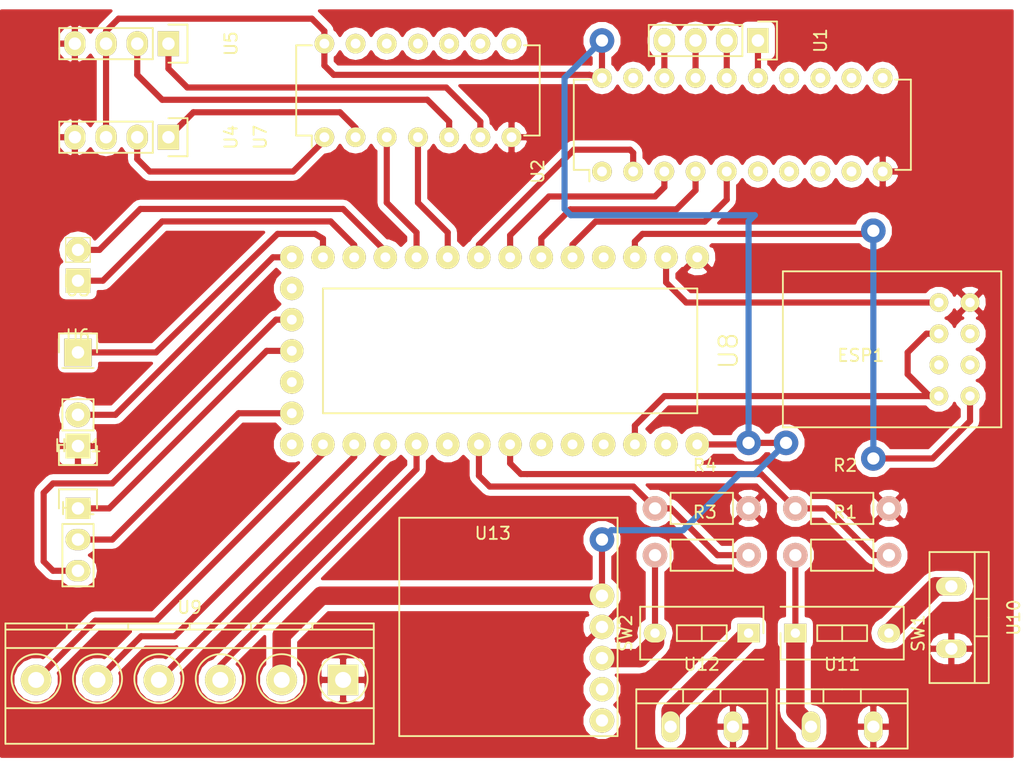
<source format=kicad_pcb>
(kicad_pcb (version 4) (host pcbnew 4.0.2+dfsg1-stable)

  (general
    (links 58)
    (no_connects 0)
    (area 101.314999 68.640428 185.425 133.355)
    (thickness 1.6)
    (drawings 0)
    (tracks 181)
    (zones 0)
    (modules 22)
    (nets 67)
  )

  (page A4)
  (layers
    (0 F.Cu signal)
    (31 B.Cu signal)
    (32 B.Adhes user)
    (33 F.Adhes user)
    (34 B.Paste user)
    (35 F.Paste user)
    (36 B.SilkS user)
    (37 F.SilkS user)
    (38 B.Mask user)
    (39 F.Mask user)
    (40 Dwgs.User user)
    (41 Cmts.User user)
    (42 Eco1.User user)
    (43 Eco2.User user)
    (44 Edge.Cuts user)
    (45 Margin user)
    (46 B.CrtYd user)
    (47 F.CrtYd user)
    (48 B.Fab user)
    (49 F.Fab user)
  )

  (setup
    (last_trace_width 0.5)
    (user_trace_width 0.5)
    (user_trace_width 1)
    (user_trace_width 1.5)
    (trace_clearance 0.5)
    (zone_clearance 0.508)
    (zone_45_only yes)
    (trace_min 0.2)
    (segment_width 0.2)
    (edge_width 0.15)
    (via_size 2)
    (via_drill 1)
    (via_min_size 0.4)
    (via_min_drill 0.3)
    (user_via 2 1)
    (uvia_size 0.3)
    (uvia_drill 0.1)
    (uvias_allowed no)
    (uvia_min_size 0.2)
    (uvia_min_drill 0.1)
    (pcb_text_width 0.3)
    (pcb_text_size 1.5 1.5)
    (mod_edge_width 0.15)
    (mod_text_size 1 1)
    (mod_text_width 0.15)
    (pad_size 2 2)
    (pad_drill 1)
    (pad_to_mask_clearance 0.2)
    (aux_axis_origin 104.5337 124.46)
    (visible_elements FFFFFF7F)
    (pcbplotparams
      (layerselection 0x00000_00000001)
      (usegerberextensions false)
      (excludeedgelayer true)
      (linewidth 0.100000)
      (plotframeref false)
      (viasonmask false)
      (mode 1)
      (useauxorigin true)
      (hpglpennumber 1)
      (hpglpenspeed 20)
      (hpglpendiameter 15)
      (hpglpenoverlay 2)
      (psnegative false)
      (psa4output false)
      (plotreference true)
      (plotvalue true)
      (plotinvisibletext false)
      (padsonsilk false)
      (subtractmaskfromsilk false)
      (outputformat 1)
      (mirror false)
      (drillshape 0)
      (scaleselection 1)
      (outputdirectory ""))
  )

  (net 0 "")
  (net 1 "Net-(ESP1-Pad1)")
  (net 2 "Net-(ESP1-Pad2)")
  (net 3 "Net-(ESP1-Pad3)")
  (net 4 GND)
  (net 5 "Net-(ESP1-Pad7)")
  (net 6 "Net-(ESP1-Pad6)")
  (net 7 "Net-(ESP1-Pad5)")
  (net 8 "Net-(HE1-Pad2)")
  (net 9 "Net-(HES1-Pad2)")
  (net 10 "Net-(HES1-Pad3)")
  (net 11 "Net-(R1-Pad1)")
  (net 12 "Net-(R1-Pad2)")
  (net 13 "Net-(R3-Pad1)")
  (net 14 "Net-(R3-Pad2)")
  (net 15 "Net-(SW1-Pad2)")
  (net 16 "Net-(SW2-Pad1)")
  (net 17 "Net-(U1-Pad1)")
  (net 18 "Net-(U1-Pad2)")
  (net 19 "Net-(U1-Pad3)")
  (net 20 "Net-(U1-Pad4)")
  (net 21 "Net-(U2-Pad1)")
  (net 22 "Net-(U2-Pad2)")
  (net 23 "Net-(U2-Pad3)")
  (net 24 "Net-(U2-Pad4)")
  (net 25 "Net-(U2-Pad5)")
  (net 26 "Net-(U2-Pad6)")
  (net 27 "Net-(U2-Pad7)")
  (net 28 "Net-(U2-Pad8)")
  (net 29 "Net-(U2-Pad9)")
  (net 30 "Net-(U2-Pad11)")
  (net 31 "Net-(U2-Pad12)")
  (net 32 "Net-(U2-Pad13)")
  (net 33 "Net-(U2-Pad14)")
  (net 34 "Net-(U2-Pad19)")
  (net 35 +5V)
  (net 36 "Net-(U3-Pad1)")
  (net 37 "Net-(U4-Pad1)")
  (net 38 "Net-(U4-Pad2)")
  (net 39 "Net-(U5-Pad1)")
  (net 40 "Net-(U5-Pad2)")
  (net 41 "Net-(U6-Pad1)")
  (net 42 "Net-(U6-Pad2)")
  (net 43 "Net-(U7-Pad3)")
  (net 44 "Net-(U7-Pad4)")
  (net 45 "Net-(U7-Pad8)")
  (net 46 "Net-(U7-Pad9)")
  (net 47 "Net-(U7-Pad10)")
  (net 48 "Net-(U7-Pad11)")
  (net 49 "Net-(U7-Pad12)")
  (net 50 "Net-(U7-Pad13)")
  (net 51 "Net-(U8-Pad2)")
  (net 52 "Net-(U8-Pad13)")
  (net 53 "Net-(U8-Pad16)")
  (net 54 "Net-(U8-Pad17)")
  (net 55 "Net-(U8-Pad18)")
  (net 56 "Net-(U8-Pad21)")
  (net 57 "Net-(U8-Pad22)")
  (net 58 "Net-(HES1-Pad1)")
  (net 59 "Net-(U8-Pad14)")
  (net 60 "Net-(U8-Pad15)")
  (net 61 "Net-(U8-Pad23)")
  (net 62 "Net-(U8-Pad25)")
  (net 63 "Net-(U8-Pad29)")
  (net 64 "Net-(U8-Pad32)")
  (net 65 "Net-(U13-Pad2)")
  (net 66 "Net-(U13-Pad1)")

  (net_class Default "This is the default net class."
    (clearance 0.5)
    (trace_width 0.5)
    (via_dia 2)
    (via_drill 1)
    (uvia_dia 0.3)
    (uvia_drill 0.1)
    (add_net "Net-(ESP1-Pad1)")
    (add_net "Net-(ESP1-Pad2)")
    (add_net "Net-(ESP1-Pad3)")
    (add_net "Net-(ESP1-Pad5)")
    (add_net "Net-(ESP1-Pad6)")
    (add_net "Net-(ESP1-Pad7)")
    (add_net "Net-(HE1-Pad2)")
    (add_net "Net-(HES1-Pad1)")
    (add_net "Net-(HES1-Pad2)")
    (add_net "Net-(HES1-Pad3)")
    (add_net "Net-(R1-Pad1)")
    (add_net "Net-(R1-Pad2)")
    (add_net "Net-(R3-Pad1)")
    (add_net "Net-(R3-Pad2)")
    (add_net "Net-(SW1-Pad2)")
    (add_net "Net-(SW2-Pad1)")
    (add_net "Net-(U1-Pad1)")
    (add_net "Net-(U1-Pad2)")
    (add_net "Net-(U1-Pad3)")
    (add_net "Net-(U1-Pad4)")
    (add_net "Net-(U13-Pad1)")
    (add_net "Net-(U13-Pad2)")
    (add_net "Net-(U2-Pad1)")
    (add_net "Net-(U2-Pad11)")
    (add_net "Net-(U2-Pad12)")
    (add_net "Net-(U2-Pad13)")
    (add_net "Net-(U2-Pad14)")
    (add_net "Net-(U2-Pad19)")
    (add_net "Net-(U2-Pad2)")
    (add_net "Net-(U2-Pad3)")
    (add_net "Net-(U2-Pad4)")
    (add_net "Net-(U2-Pad5)")
    (add_net "Net-(U2-Pad6)")
    (add_net "Net-(U2-Pad7)")
    (add_net "Net-(U2-Pad8)")
    (add_net "Net-(U2-Pad9)")
    (add_net "Net-(U3-Pad1)")
    (add_net "Net-(U4-Pad1)")
    (add_net "Net-(U4-Pad2)")
    (add_net "Net-(U5-Pad1)")
    (add_net "Net-(U5-Pad2)")
    (add_net "Net-(U6-Pad1)")
    (add_net "Net-(U6-Pad2)")
    (add_net "Net-(U7-Pad10)")
    (add_net "Net-(U7-Pad11)")
    (add_net "Net-(U7-Pad12)")
    (add_net "Net-(U7-Pad13)")
    (add_net "Net-(U7-Pad3)")
    (add_net "Net-(U7-Pad4)")
    (add_net "Net-(U7-Pad8)")
    (add_net "Net-(U7-Pad9)")
    (add_net "Net-(U8-Pad13)")
    (add_net "Net-(U8-Pad14)")
    (add_net "Net-(U8-Pad15)")
    (add_net "Net-(U8-Pad16)")
    (add_net "Net-(U8-Pad17)")
    (add_net "Net-(U8-Pad18)")
    (add_net "Net-(U8-Pad2)")
    (add_net "Net-(U8-Pad21)")
    (add_net "Net-(U8-Pad22)")
    (add_net "Net-(U8-Pad23)")
    (add_net "Net-(U8-Pad25)")
    (add_net "Net-(U8-Pad29)")
    (add_net "Net-(U8-Pad32)")
  )

  (net_class power ""
    (clearance 0.5)
    (trace_width 2.5)
    (via_dia 3)
    (via_drill 2)
    (uvia_dia 0.3)
    (uvia_drill 0.1)
    (add_net +5V)
    (add_net GND)
  )

  (module ESP:ESP8266 (layer F.Cu) (tedit 5784C4A9) (tstamp 5793F5D3)
    (at 180.594 88.646)
    (path /5784DDE9)
    (fp_text reference ESP1 (at -8.89 9.39) (layer F.SilkS)
      (effects (font (size 1 1) (thickness 0.15)))
    )
    (fp_text value _ (at -8.89 8.39) (layer F.Fab)
      (effects (font (size 1 1) (thickness 0.15)))
    )
    (fp_line (start 2.54 2.54) (end 2.54 15.24) (layer F.SilkS) (width 0.15))
    (fp_line (start 2.54 15.24) (end -15.24 15.24) (layer F.SilkS) (width 0.15))
    (fp_line (start -15.24 15.24) (end -15.24 2.54) (layer F.SilkS) (width 0.15))
    (fp_line (start -15.24 2.54) (end 2.54 2.54) (layer F.SilkS) (width 0.15))
    (pad 1 thru_hole circle (at -2.54 5.08) (size 1.524 1.524) (drill 0.762) (layers *.Cu *.Mask F.SilkS)
      (net 1 "Net-(ESP1-Pad1)"))
    (pad 2 thru_hole circle (at -2.54 7.62) (size 1.524 1.524) (drill 0.762) (layers *.Cu *.Mask F.SilkS)
      (net 2 "Net-(ESP1-Pad2)"))
    (pad 3 thru_hole circle (at -2.54 10.16) (size 1.524 1.524) (drill 0.762) (layers *.Cu *.Mask F.SilkS)
      (net 3 "Net-(ESP1-Pad3)"))
    (pad 4 thru_hole circle (at -2.54 12.7) (size 1.524 1.524) (drill 0.762) (layers *.Cu *.Mask F.SilkS)
      (net 2 "Net-(ESP1-Pad2)"))
    (pad 8 thru_hole circle (at 0 5.08) (size 1.524 1.524) (drill 0.762) (layers *.Cu *.Mask F.SilkS)
      (net 4 GND))
    (pad 7 thru_hole circle (at 0 7.62) (size 1.524 1.524) (drill 0.762) (layers *.Cu *.Mask F.SilkS)
      (net 5 "Net-(ESP1-Pad7)"))
    (pad 6 thru_hole circle (at 0 10.16) (size 1.524 1.524) (drill 0.762) (layers *.Cu *.Mask F.SilkS)
      (net 6 "Net-(ESP1-Pad6)"))
    (pad 5 thru_hole circle (at 0 12.7) (size 1.524 1.524) (drill 0.762) (layers *.Cu *.Mask F.SilkS)
      (net 7 "Net-(ESP1-Pad5)"))
  )

  (module Pin_Headers:Pin_Header_Straight_1x02 (layer F.Cu) (tedit 54EA090C) (tstamp 5793F5D9)
    (at 107.95 105.41 180)
    (descr "Through hole pin header")
    (tags "pin header")
    (path /5793F06C)
    (fp_text reference HE1 (at 0 -5.1 180) (layer F.SilkS)
      (effects (font (size 1 1) (thickness 0.15)))
    )
    (fp_text value bouton (at 0 -3.1 180) (layer F.Fab)
      (effects (font (size 1 1) (thickness 0.15)))
    )
    (fp_line (start 1.27 1.27) (end 1.27 3.81) (layer F.SilkS) (width 0.15))
    (fp_line (start 1.55 -1.55) (end 1.55 0) (layer F.SilkS) (width 0.15))
    (fp_line (start -1.75 -1.75) (end -1.75 4.3) (layer F.CrtYd) (width 0.05))
    (fp_line (start 1.75 -1.75) (end 1.75 4.3) (layer F.CrtYd) (width 0.05))
    (fp_line (start -1.75 -1.75) (end 1.75 -1.75) (layer F.CrtYd) (width 0.05))
    (fp_line (start -1.75 4.3) (end 1.75 4.3) (layer F.CrtYd) (width 0.05))
    (fp_line (start 1.27 1.27) (end -1.27 1.27) (layer F.SilkS) (width 0.15))
    (fp_line (start -1.55 0) (end -1.55 -1.55) (layer F.SilkS) (width 0.15))
    (fp_line (start -1.55 -1.55) (end 1.55 -1.55) (layer F.SilkS) (width 0.15))
    (fp_line (start -1.27 1.27) (end -1.27 3.81) (layer F.SilkS) (width 0.15))
    (fp_line (start -1.27 3.81) (end 1.27 3.81) (layer F.SilkS) (width 0.15))
    (pad 1 thru_hole rect (at 0 0 180) (size 2.032 2.032) (drill 1.016) (layers *.Cu *.Mask F.SilkS)
      (net 4 GND))
    (pad 2 thru_hole oval (at 0 2.54 180) (size 2.032 2.032) (drill 1.016) (layers *.Cu *.Mask F.SilkS)
      (net 8 "Net-(HE1-Pad2)"))
    (model Pin_Headers.3dshapes/Pin_Header_Straight_1x02.wrl
      (at (xyz 0 -0.05 0))
      (scale (xyz 1 1 1))
      (rotate (xyz 0 0 90))
    )
  )

  (module Pin_Headers:Pin_Header_Straight_1x03 (layer F.Cu) (tedit 0) (tstamp 5793F5E0)
    (at 107.95 110.49)
    (descr "Through hole pin header")
    (tags "pin header")
    (path /5793E917)
    (fp_text reference HES1 (at 0 -5.1) (layer F.SilkS)
      (effects (font (size 1 1) (thickness 0.15)))
    )
    (fp_text value "Effet Hall" (at 0 -3.1) (layer F.Fab)
      (effects (font (size 1 1) (thickness 0.15)))
    )
    (fp_line (start -1.75 -1.75) (end -1.75 6.85) (layer F.CrtYd) (width 0.05))
    (fp_line (start 1.75 -1.75) (end 1.75 6.85) (layer F.CrtYd) (width 0.05))
    (fp_line (start -1.75 -1.75) (end 1.75 -1.75) (layer F.CrtYd) (width 0.05))
    (fp_line (start -1.75 6.85) (end 1.75 6.85) (layer F.CrtYd) (width 0.05))
    (fp_line (start -1.27 1.27) (end -1.27 6.35) (layer F.SilkS) (width 0.15))
    (fp_line (start -1.27 6.35) (end 1.27 6.35) (layer F.SilkS) (width 0.15))
    (fp_line (start 1.27 6.35) (end 1.27 1.27) (layer F.SilkS) (width 0.15))
    (fp_line (start 1.55 -1.55) (end 1.55 0) (layer F.SilkS) (width 0.15))
    (fp_line (start 1.27 1.27) (end -1.27 1.27) (layer F.SilkS) (width 0.15))
    (fp_line (start -1.55 0) (end -1.55 -1.55) (layer F.SilkS) (width 0.15))
    (fp_line (start -1.55 -1.55) (end 1.55 -1.55) (layer F.SilkS) (width 0.15))
    (pad 1 thru_hole rect (at 0 0) (size 2.032 1.7272) (drill 1.016) (layers *.Cu *.Mask F.SilkS)
      (net 58 "Net-(HES1-Pad1)"))
    (pad 2 thru_hole oval (at 0 2.54) (size 2.032 1.7272) (drill 1.016) (layers *.Cu *.Mask F.SilkS)
      (net 9 "Net-(HES1-Pad2)"))
    (pad 3 thru_hole oval (at 0 5.08) (size 2.032 1.7272) (drill 1.016) (layers *.Cu *.Mask F.SilkS)
      (net 10 "Net-(HES1-Pad3)"))
    (model Pin_Headers.3dshapes/Pin_Header_Straight_1x03.wrl
      (at (xyz 0 -0.1 0))
      (scale (xyz 1 1 1))
      (rotate (xyz 0 0 90))
    )
  )

  (module Resistors_ThroughHole:Resistor_Horizontal_RM7mm (layer F.Cu) (tedit 569FCF07) (tstamp 5793F5E6)
    (at 166.37 114.3)
    (descr "Resistor, Axial,  RM 7.62mm, 1/3W,")
    (tags "Resistor Axial RM 7.62mm 1/3W R3")
    (path /578564E6)
    (fp_text reference R1 (at 4.05892 -3.50012) (layer F.SilkS)
      (effects (font (size 1 1) (thickness 0.15)))
    )
    (fp_text value R (at 3.81 3.81) (layer F.Fab)
      (effects (font (size 1 1) (thickness 0.15)))
    )
    (fp_line (start -1.25 -1.5) (end 8.85 -1.5) (layer F.CrtYd) (width 0.05))
    (fp_line (start -1.25 1.5) (end -1.25 -1.5) (layer F.CrtYd) (width 0.05))
    (fp_line (start 8.85 -1.5) (end 8.85 1.5) (layer F.CrtYd) (width 0.05))
    (fp_line (start -1.25 1.5) (end 8.85 1.5) (layer F.CrtYd) (width 0.05))
    (fp_line (start 1.27 -1.27) (end 6.35 -1.27) (layer F.SilkS) (width 0.15))
    (fp_line (start 6.35 -1.27) (end 6.35 1.27) (layer F.SilkS) (width 0.15))
    (fp_line (start 6.35 1.27) (end 1.27 1.27) (layer F.SilkS) (width 0.15))
    (fp_line (start 1.27 1.27) (end 1.27 -1.27) (layer F.SilkS) (width 0.15))
    (pad 1 thru_hole circle (at 0 0) (size 1.99898 1.99898) (drill 1.00076) (layers *.Cu *.SilkS *.Mask)
      (net 11 "Net-(R1-Pad1)"))
    (pad 2 thru_hole circle (at 7.62 0) (size 1.99898 1.99898) (drill 1.00076) (layers *.Cu *.SilkS *.Mask)
      (net 12 "Net-(R1-Pad2)"))
  )

  (module Resistors_ThroughHole:Resistor_Horizontal_RM7mm (layer F.Cu) (tedit 569FCF07) (tstamp 5793F5EC)
    (at 166.37 110.49)
    (descr "Resistor, Axial,  RM 7.62mm, 1/3W,")
    (tags "Resistor Axial RM 7.62mm 1/3W R3")
    (path /5785663B)
    (fp_text reference R2 (at 4.05892 -3.50012) (layer F.SilkS)
      (effects (font (size 1 1) (thickness 0.15)))
    )
    (fp_text value R (at 3.81 3.81) (layer F.Fab)
      (effects (font (size 1 1) (thickness 0.15)))
    )
    (fp_line (start -1.25 -1.5) (end 8.85 -1.5) (layer F.CrtYd) (width 0.05))
    (fp_line (start -1.25 1.5) (end -1.25 -1.5) (layer F.CrtYd) (width 0.05))
    (fp_line (start 8.85 -1.5) (end 8.85 1.5) (layer F.CrtYd) (width 0.05))
    (fp_line (start -1.25 1.5) (end 8.85 1.5) (layer F.CrtYd) (width 0.05))
    (fp_line (start 1.27 -1.27) (end 6.35 -1.27) (layer F.SilkS) (width 0.15))
    (fp_line (start 6.35 -1.27) (end 6.35 1.27) (layer F.SilkS) (width 0.15))
    (fp_line (start 6.35 1.27) (end 1.27 1.27) (layer F.SilkS) (width 0.15))
    (fp_line (start 1.27 1.27) (end 1.27 -1.27) (layer F.SilkS) (width 0.15))
    (pad 1 thru_hole circle (at 0 0) (size 1.99898 1.99898) (drill 1.00076) (layers *.Cu *.SilkS *.Mask)
      (net 12 "Net-(R1-Pad2)"))
    (pad 2 thru_hole circle (at 7.62 0) (size 1.99898 1.99898) (drill 1.00076) (layers *.Cu *.SilkS *.Mask)
      (net 4 GND))
  )

  (module Resistors_ThroughHole:Resistor_Horizontal_RM7mm (layer F.Cu) (tedit 569FCF07) (tstamp 5793F5F2)
    (at 154.94 114.3)
    (descr "Resistor, Axial,  RM 7.62mm, 1/3W,")
    (tags "Resistor Axial RM 7.62mm 1/3W R3")
    (path /57857C24)
    (fp_text reference R3 (at 4.05892 -3.50012) (layer F.SilkS)
      (effects (font (size 1 1) (thickness 0.15)))
    )
    (fp_text value R (at 3.81 3.81) (layer F.Fab)
      (effects (font (size 1 1) (thickness 0.15)))
    )
    (fp_line (start -1.25 -1.5) (end 8.85 -1.5) (layer F.CrtYd) (width 0.05))
    (fp_line (start -1.25 1.5) (end -1.25 -1.5) (layer F.CrtYd) (width 0.05))
    (fp_line (start 8.85 -1.5) (end 8.85 1.5) (layer F.CrtYd) (width 0.05))
    (fp_line (start -1.25 1.5) (end 8.85 1.5) (layer F.CrtYd) (width 0.05))
    (fp_line (start 1.27 -1.27) (end 6.35 -1.27) (layer F.SilkS) (width 0.15))
    (fp_line (start 6.35 -1.27) (end 6.35 1.27) (layer F.SilkS) (width 0.15))
    (fp_line (start 6.35 1.27) (end 1.27 1.27) (layer F.SilkS) (width 0.15))
    (fp_line (start 1.27 1.27) (end 1.27 -1.27) (layer F.SilkS) (width 0.15))
    (pad 1 thru_hole circle (at 0 0) (size 1.99898 1.99898) (drill 1.00076) (layers *.Cu *.SilkS *.Mask)
      (net 13 "Net-(R3-Pad1)"))
    (pad 2 thru_hole circle (at 7.62 0) (size 1.99898 1.99898) (drill 1.00076) (layers *.Cu *.SilkS *.Mask)
      (net 14 "Net-(R3-Pad2)"))
  )

  (module Resistors_ThroughHole:Resistor_Horizontal_RM7mm (layer F.Cu) (tedit 569FCF07) (tstamp 5793F5F8)
    (at 154.94 110.49)
    (descr "Resistor, Axial,  RM 7.62mm, 1/3W,")
    (tags "Resistor Axial RM 7.62mm 1/3W R3")
    (path /57857C7D)
    (fp_text reference R4 (at 4.05892 -3.50012) (layer F.SilkS)
      (effects (font (size 1 1) (thickness 0.15)))
    )
    (fp_text value R (at 3.81 3.81) (layer F.Fab)
      (effects (font (size 1 1) (thickness 0.15)))
    )
    (fp_line (start -1.25 -1.5) (end 8.85 -1.5) (layer F.CrtYd) (width 0.05))
    (fp_line (start -1.25 1.5) (end -1.25 -1.5) (layer F.CrtYd) (width 0.05))
    (fp_line (start 8.85 -1.5) (end 8.85 1.5) (layer F.CrtYd) (width 0.05))
    (fp_line (start -1.25 1.5) (end 8.85 1.5) (layer F.CrtYd) (width 0.05))
    (fp_line (start 1.27 -1.27) (end 6.35 -1.27) (layer F.SilkS) (width 0.15))
    (fp_line (start 6.35 -1.27) (end 6.35 1.27) (layer F.SilkS) (width 0.15))
    (fp_line (start 6.35 1.27) (end 1.27 1.27) (layer F.SilkS) (width 0.15))
    (fp_line (start 1.27 1.27) (end 1.27 -1.27) (layer F.SilkS) (width 0.15))
    (pad 1 thru_hole circle (at 0 0) (size 1.99898 1.99898) (drill 1.00076) (layers *.Cu *.SilkS *.Mask)
      (net 14 "Net-(R3-Pad2)"))
    (pad 2 thru_hole circle (at 7.62 0) (size 1.99898 1.99898) (drill 1.00076) (layers *.Cu *.SilkS *.Mask)
      (net 4 GND))
  )

  (module Buttons_Switches_ThroughHole:SW_DIP_x1_Slide (layer F.Cu) (tedit 54C4BC96) (tstamp 5793F5FE)
    (at 166.37 120.65 270)
    (descr "CTS Electrocomponents, Series 206/208")
    (path /57855ED0)
    (fp_text reference SW1 (at 0 -10 270) (layer F.SilkS)
      (effects (font (size 1 1) (thickness 0.15)))
    )
    (fp_text value SPST (at 0.5 2.4 270) (layer F.Fab)
      (effects (font (size 1 1) (thickness 0.15)))
    )
    (fp_line (start 2.5 1.55) (end -2.5 1.55) (layer F.CrtYd) (width 0.05))
    (fp_line (start -2.5 1.55) (end -2.5 -9.15) (layer F.CrtYd) (width 0.05))
    (fp_line (start -2.5 -9.15) (end 2.5 -9.15) (layer F.CrtYd) (width 0.05))
    (fp_line (start 2.5 -9.15) (end 2.5 1.55) (layer F.CrtYd) (width 0.05))
    (fp_line (start -2.15 -8.83) (end 2.15 -8.83) (layer F.SilkS) (width 0.15))
    (fp_line (start 0 1.21) (end 2.15 1.21) (layer F.SilkS) (width 0.15))
    (fp_line (start -2.15 -8.83) (end -2.15 1.21) (layer F.SilkS) (width 0.15))
    (fp_line (start 2.15 -8.83) (end 2.15 1.21) (layer F.SilkS) (width 0.15))
    (fp_line (start -0.64 -3.81) (end 0.64 -3.81) (layer F.SilkS) (width 0.15))
    (fp_line (start -0.64 -5.84) (end -0.64 -1.78) (layer F.SilkS) (width 0.15))
    (fp_line (start -0.64 -1.78) (end 0.64 -1.78) (layer F.SilkS) (width 0.15))
    (fp_line (start 0.64 -1.78) (end 0.64 -5.84) (layer F.SilkS) (width 0.15))
    (fp_line (start 0.64 -5.84) (end -0.64 -5.84) (layer F.SilkS) (width 0.15))
    (pad 1 thru_hole rect (at 0 0 270) (size 1.524 1.824) (drill 0.762) (layers *.Cu *.Mask F.SilkS)
      (net 11 "Net-(R1-Pad1)"))
    (pad 2 thru_hole oval (at 0 -7.62 270) (size 1.524 1.824) (drill 0.762) (layers *.Cu *.Mask F.SilkS)
      (net 15 "Net-(SW1-Pad2)"))
    (model Buttons_Switches_ThroughHole.3dshapes/SW_DIP_x1_Slide.wrl
      (at (xyz 0 0 0))
      (scale (xyz 1 1 1))
      (rotate (xyz 0 0 0))
    )
  )

  (module Buttons_Switches_ThroughHole:SW_DIP_x1_Slide (layer F.Cu) (tedit 54C4BC96) (tstamp 5793F604)
    (at 162.56 120.65 90)
    (descr "CTS Electrocomponents, Series 206/208")
    (path /578580EF)
    (fp_text reference SW2 (at 0 -10 90) (layer F.SilkS)
      (effects (font (size 1 1) (thickness 0.15)))
    )
    (fp_text value SPST (at 0.5 2.4 90) (layer F.Fab)
      (effects (font (size 1 1) (thickness 0.15)))
    )
    (fp_line (start 2.5 1.55) (end -2.5 1.55) (layer F.CrtYd) (width 0.05))
    (fp_line (start -2.5 1.55) (end -2.5 -9.15) (layer F.CrtYd) (width 0.05))
    (fp_line (start -2.5 -9.15) (end 2.5 -9.15) (layer F.CrtYd) (width 0.05))
    (fp_line (start 2.5 -9.15) (end 2.5 1.55) (layer F.CrtYd) (width 0.05))
    (fp_line (start -2.15 -8.83) (end 2.15 -8.83) (layer F.SilkS) (width 0.15))
    (fp_line (start 0 1.21) (end 2.15 1.21) (layer F.SilkS) (width 0.15))
    (fp_line (start -2.15 -8.83) (end -2.15 1.21) (layer F.SilkS) (width 0.15))
    (fp_line (start 2.15 -8.83) (end 2.15 1.21) (layer F.SilkS) (width 0.15))
    (fp_line (start -0.64 -3.81) (end 0.64 -3.81) (layer F.SilkS) (width 0.15))
    (fp_line (start -0.64 -5.84) (end -0.64 -1.78) (layer F.SilkS) (width 0.15))
    (fp_line (start -0.64 -1.78) (end 0.64 -1.78) (layer F.SilkS) (width 0.15))
    (fp_line (start 0.64 -1.78) (end 0.64 -5.84) (layer F.SilkS) (width 0.15))
    (fp_line (start 0.64 -5.84) (end -0.64 -5.84) (layer F.SilkS) (width 0.15))
    (pad 1 thru_hole rect (at 0 0 90) (size 1.524 1.824) (drill 0.762) (layers *.Cu *.Mask F.SilkS)
      (net 16 "Net-(SW2-Pad1)"))
    (pad 2 thru_hole oval (at 0 -7.62 90) (size 1.524 1.824) (drill 0.762) (layers *.Cu *.Mask F.SilkS)
      (net 13 "Net-(R3-Pad1)"))
    (model Buttons_Switches_ThroughHole.3dshapes/SW_DIP_x1_Slide.wrl
      (at (xyz 0 0 0))
      (scale (xyz 1 1 1))
      (rotate (xyz 0 0 0))
    )
  )

  (module Pin_Headers:Pin_Header_Straight_1x04 (layer F.Cu) (tedit 0) (tstamp 5793F60C)
    (at 163.322 72.39 270)
    (descr "Through hole pin header")
    (tags "pin header")
    (path /5784FB47)
    (fp_text reference U1 (at 0 -5.1 270) (layer F.SilkS)
      (effects (font (size 1 1) (thickness 0.15)))
    )
    (fp_text value driver (at 0 -3.1 270) (layer F.Fab)
      (effects (font (size 1 1) (thickness 0.15)))
    )
    (fp_line (start -1.75 -1.75) (end -1.75 9.4) (layer F.CrtYd) (width 0.05))
    (fp_line (start 1.75 -1.75) (end 1.75 9.4) (layer F.CrtYd) (width 0.05))
    (fp_line (start -1.75 -1.75) (end 1.75 -1.75) (layer F.CrtYd) (width 0.05))
    (fp_line (start -1.75 9.4) (end 1.75 9.4) (layer F.CrtYd) (width 0.05))
    (fp_line (start -1.27 1.27) (end -1.27 8.89) (layer F.SilkS) (width 0.15))
    (fp_line (start 1.27 1.27) (end 1.27 8.89) (layer F.SilkS) (width 0.15))
    (fp_line (start 1.55 -1.55) (end 1.55 0) (layer F.SilkS) (width 0.15))
    (fp_line (start -1.27 8.89) (end 1.27 8.89) (layer F.SilkS) (width 0.15))
    (fp_line (start 1.27 1.27) (end -1.27 1.27) (layer F.SilkS) (width 0.15))
    (fp_line (start -1.55 0) (end -1.55 -1.55) (layer F.SilkS) (width 0.15))
    (fp_line (start -1.55 -1.55) (end 1.55 -1.55) (layer F.SilkS) (width 0.15))
    (pad 1 thru_hole rect (at 0 0 270) (size 2.032 1.7272) (drill 1.016) (layers *.Cu *.Mask F.SilkS)
      (net 17 "Net-(U1-Pad1)"))
    (pad 2 thru_hole oval (at 0 2.54 270) (size 2.032 1.7272) (drill 1.016) (layers *.Cu *.Mask F.SilkS)
      (net 18 "Net-(U1-Pad2)"))
    (pad 3 thru_hole oval (at 0 5.08 270) (size 2.032 1.7272) (drill 1.016) (layers *.Cu *.Mask F.SilkS)
      (net 19 "Net-(U1-Pad3)"))
    (pad 4 thru_hole oval (at 0 7.62 270) (size 2.032 1.7272) (drill 1.016) (layers *.Cu *.Mask F.SilkS)
      (net 20 "Net-(U1-Pad4)"))
    (model Pin_Headers.3dshapes/Pin_Header_Straight_1x04.wrl
      (at (xyz 0 -0.15 0))
      (scale (xyz 1 1 1))
      (rotate (xyz 0 0 90))
    )
  )

  (module Housings_DIP:DIP-20_W7.62mm (layer F.Cu) (tedit 54130A77) (tstamp 5793F624)
    (at 150.622 83.058 90)
    (descr "20-lead dip package, row spacing 7.62 mm (300 mils)")
    (tags "dil dip 2.54 300")
    (path /5784E91A)
    (fp_text reference U2 (at 0 -5.22 90) (layer F.SilkS)
      (effects (font (size 1 1) (thickness 0.15)))
    )
    (fp_text value CD74HCT245E (at 0 -3.72 90) (layer F.Fab)
      (effects (font (size 1 1) (thickness 0.15)))
    )
    (fp_line (start -1.05 -2.45) (end -1.05 25.35) (layer F.CrtYd) (width 0.05))
    (fp_line (start 8.65 -2.45) (end 8.65 25.35) (layer F.CrtYd) (width 0.05))
    (fp_line (start -1.05 -2.45) (end 8.65 -2.45) (layer F.CrtYd) (width 0.05))
    (fp_line (start -1.05 25.35) (end 8.65 25.35) (layer F.CrtYd) (width 0.05))
    (fp_line (start 0.135 -2.295) (end 0.135 -1.025) (layer F.SilkS) (width 0.15))
    (fp_line (start 7.485 -2.295) (end 7.485 -1.025) (layer F.SilkS) (width 0.15))
    (fp_line (start 7.485 25.155) (end 7.485 23.885) (layer F.SilkS) (width 0.15))
    (fp_line (start 0.135 25.155) (end 0.135 23.885) (layer F.SilkS) (width 0.15))
    (fp_line (start 0.135 -2.295) (end 7.485 -2.295) (layer F.SilkS) (width 0.15))
    (fp_line (start 0.135 25.155) (end 7.485 25.155) (layer F.SilkS) (width 0.15))
    (fp_line (start 0.135 -1.025) (end -0.8 -1.025) (layer F.SilkS) (width 0.15))
    (pad 1 thru_hole oval (at 0 0 90) (size 1.6 1.6) (drill 0.8) (layers *.Cu *.Mask F.SilkS)
      (net 21 "Net-(U2-Pad1)"))
    (pad 2 thru_hole oval (at 0 2.54 90) (size 1.6 1.6) (drill 0.8) (layers *.Cu *.Mask F.SilkS)
      (net 22 "Net-(U2-Pad2)"))
    (pad 3 thru_hole oval (at 0 5.08 90) (size 1.6 1.6) (drill 0.8) (layers *.Cu *.Mask F.SilkS)
      (net 23 "Net-(U2-Pad3)"))
    (pad 4 thru_hole oval (at 0 7.62 90) (size 1.6 1.6) (drill 0.8) (layers *.Cu *.Mask F.SilkS)
      (net 24 "Net-(U2-Pad4)"))
    (pad 5 thru_hole oval (at 0 10.16 90) (size 1.6 1.6) (drill 0.8) (layers *.Cu *.Mask F.SilkS)
      (net 25 "Net-(U2-Pad5)"))
    (pad 6 thru_hole oval (at 0 12.7 90) (size 1.6 1.6) (drill 0.8) (layers *.Cu *.Mask F.SilkS)
      (net 26 "Net-(U2-Pad6)"))
    (pad 7 thru_hole oval (at 0 15.24 90) (size 1.6 1.6) (drill 0.8) (layers *.Cu *.Mask F.SilkS)
      (net 27 "Net-(U2-Pad7)"))
    (pad 8 thru_hole oval (at 0 17.78 90) (size 1.6 1.6) (drill 0.8) (layers *.Cu *.Mask F.SilkS)
      (net 28 "Net-(U2-Pad8)"))
    (pad 9 thru_hole oval (at 0 20.32 90) (size 1.6 1.6) (drill 0.8) (layers *.Cu *.Mask F.SilkS)
      (net 29 "Net-(U2-Pad9)"))
    (pad 10 thru_hole oval (at 0 22.86 90) (size 1.6 1.6) (drill 0.8) (layers *.Cu *.Mask F.SilkS)
      (net 4 GND))
    (pad 11 thru_hole oval (at 7.62 22.86 90) (size 1.6 1.6) (drill 0.8) (layers *.Cu *.Mask F.SilkS)
      (net 30 "Net-(U2-Pad11)"))
    (pad 12 thru_hole oval (at 7.62 20.32 90) (size 1.6 1.6) (drill 0.8) (layers *.Cu *.Mask F.SilkS)
      (net 31 "Net-(U2-Pad12)"))
    (pad 13 thru_hole oval (at 7.62 17.78 90) (size 1.6 1.6) (drill 0.8) (layers *.Cu *.Mask F.SilkS)
      (net 32 "Net-(U2-Pad13)"))
    (pad 14 thru_hole oval (at 7.62 15.24 90) (size 1.6 1.6) (drill 0.8) (layers *.Cu *.Mask F.SilkS)
      (net 33 "Net-(U2-Pad14)"))
    (pad 15 thru_hole oval (at 7.62 12.7 90) (size 1.6 1.6) (drill 0.8) (layers *.Cu *.Mask F.SilkS)
      (net 17 "Net-(U1-Pad1)"))
    (pad 16 thru_hole oval (at 7.62 10.16 90) (size 1.6 1.6) (drill 0.8) (layers *.Cu *.Mask F.SilkS)
      (net 18 "Net-(U1-Pad2)"))
    (pad 17 thru_hole oval (at 7.62 7.62 90) (size 1.6 1.6) (drill 0.8) (layers *.Cu *.Mask F.SilkS)
      (net 19 "Net-(U1-Pad3)"))
    (pad 18 thru_hole oval (at 7.62 5.08 90) (size 1.6 1.6) (drill 0.8) (layers *.Cu *.Mask F.SilkS)
      (net 20 "Net-(U1-Pad4)"))
    (pad 19 thru_hole oval (at 7.62 2.54 90) (size 1.6 1.6) (drill 0.8) (layers *.Cu *.Mask F.SilkS)
      (net 34 "Net-(U2-Pad19)"))
    (pad 20 thru_hole oval (at 7.62 0 90) (size 1.6 1.6) (drill 0.8) (layers *.Cu *.Mask F.SilkS)
      (net 35 +5V))
    (model Housings_DIP.3dshapes/DIP-20_W7.62mm.wrl
      (at (xyz 0 0 0))
      (scale (xyz 1 1 1))
      (rotate (xyz 0 0 0))
    )
  )

  (module Pin_Headers:Pin_Header_Straight_1x01 (layer F.Cu) (tedit 54EA08DC) (tstamp 5793F629)
    (at 107.95 97.79)
    (descr "Through hole pin header")
    (tags "pin header")
    (path /5785B4A0)
    (fp_text reference U3 (at 0 -5.1) (layer F.SilkS)
      (effects (font (size 1 1) (thickness 0.15)))
    )
    (fp_text value Touch (at 0 -3.1) (layer F.Fab)
      (effects (font (size 1 1) (thickness 0.15)))
    )
    (fp_line (start 1.55 -1.55) (end 1.55 0) (layer F.SilkS) (width 0.15))
    (fp_line (start -1.75 -1.75) (end -1.75 1.75) (layer F.CrtYd) (width 0.05))
    (fp_line (start 1.75 -1.75) (end 1.75 1.75) (layer F.CrtYd) (width 0.05))
    (fp_line (start -1.75 -1.75) (end 1.75 -1.75) (layer F.CrtYd) (width 0.05))
    (fp_line (start -1.75 1.75) (end 1.75 1.75) (layer F.CrtYd) (width 0.05))
    (fp_line (start -1.55 0) (end -1.55 -1.55) (layer F.SilkS) (width 0.15))
    (fp_line (start -1.55 -1.55) (end 1.55 -1.55) (layer F.SilkS) (width 0.15))
    (fp_line (start -1.27 1.27) (end 1.27 1.27) (layer F.SilkS) (width 0.15))
    (pad 1 thru_hole rect (at 0 0) (size 2.2352 2.2352) (drill 1.016) (layers *.Cu *.Mask F.SilkS)
      (net 36 "Net-(U3-Pad1)"))
    (model Pin_Headers.3dshapes/Pin_Header_Straight_1x01.wrl
      (at (xyz 0 0 0))
      (scale (xyz 1 1 1))
      (rotate (xyz 0 0 90))
    )
  )

  (module Housings_DIP:DIP-14_W7.62mm (layer F.Cu) (tedit 54130A77) (tstamp 5793F651)
    (at 128.016 80.264 90)
    (descr "14-lead dip package, row spacing 7.62 mm (300 mils)")
    (tags "dil dip 2.54 300")
    (path /5784E52F)
    (fp_text reference U7 (at 0 -5.22 90) (layer F.SilkS)
      (effects (font (size 1 1) (thickness 0.15)))
    )
    (fp_text value HEF4030BP (at 0 -3.72 90) (layer F.Fab)
      (effects (font (size 1 1) (thickness 0.15)))
    )
    (fp_line (start -1.05 -2.45) (end -1.05 17.7) (layer F.CrtYd) (width 0.05))
    (fp_line (start 8.65 -2.45) (end 8.65 17.7) (layer F.CrtYd) (width 0.05))
    (fp_line (start -1.05 -2.45) (end 8.65 -2.45) (layer F.CrtYd) (width 0.05))
    (fp_line (start -1.05 17.7) (end 8.65 17.7) (layer F.CrtYd) (width 0.05))
    (fp_line (start 0.135 -2.295) (end 0.135 -1.025) (layer F.SilkS) (width 0.15))
    (fp_line (start 7.485 -2.295) (end 7.485 -1.025) (layer F.SilkS) (width 0.15))
    (fp_line (start 7.485 17.535) (end 7.485 16.265) (layer F.SilkS) (width 0.15))
    (fp_line (start 0.135 17.535) (end 0.135 16.265) (layer F.SilkS) (width 0.15))
    (fp_line (start 0.135 -2.295) (end 7.485 -2.295) (layer F.SilkS) (width 0.15))
    (fp_line (start 0.135 17.535) (end 7.485 17.535) (layer F.SilkS) (width 0.15))
    (fp_line (start 0.135 -1.025) (end -0.8 -1.025) (layer F.SilkS) (width 0.15))
    (pad 1 thru_hole oval (at 0 0 90) (size 1.6 1.6) (drill 0.8) (layers *.Cu *.Mask F.SilkS)
      (net 38 "Net-(U4-Pad2)"))
    (pad 2 thru_hole oval (at 0 2.54 90) (size 1.6 1.6) (drill 0.8) (layers *.Cu *.Mask F.SilkS)
      (net 37 "Net-(U4-Pad1)"))
    (pad 3 thru_hole oval (at 0 5.08 90) (size 1.6 1.6) (drill 0.8) (layers *.Cu *.Mask F.SilkS)
      (net 43 "Net-(U7-Pad3)"))
    (pad 4 thru_hole oval (at 0 7.62 90) (size 1.6 1.6) (drill 0.8) (layers *.Cu *.Mask F.SilkS)
      (net 44 "Net-(U7-Pad4)"))
    (pad 5 thru_hole oval (at 0 10.16 90) (size 1.6 1.6) (drill 0.8) (layers *.Cu *.Mask F.SilkS)
      (net 40 "Net-(U5-Pad2)"))
    (pad 6 thru_hole oval (at 0 12.7 90) (size 1.6 1.6) (drill 0.8) (layers *.Cu *.Mask F.SilkS)
      (net 39 "Net-(U5-Pad1)"))
    (pad 7 thru_hole oval (at 0 15.24 90) (size 1.6 1.6) (drill 0.8) (layers *.Cu *.Mask F.SilkS)
      (net 4 GND))
    (pad 8 thru_hole oval (at 7.62 15.24 90) (size 1.6 1.6) (drill 0.8) (layers *.Cu *.Mask F.SilkS)
      (net 45 "Net-(U7-Pad8)"))
    (pad 9 thru_hole oval (at 7.62 12.7 90) (size 1.6 1.6) (drill 0.8) (layers *.Cu *.Mask F.SilkS)
      (net 46 "Net-(U7-Pad9)"))
    (pad 10 thru_hole oval (at 7.62 10.16 90) (size 1.6 1.6) (drill 0.8) (layers *.Cu *.Mask F.SilkS)
      (net 47 "Net-(U7-Pad10)"))
    (pad 11 thru_hole oval (at 7.62 7.62 90) (size 1.6 1.6) (drill 0.8) (layers *.Cu *.Mask F.SilkS)
      (net 48 "Net-(U7-Pad11)"))
    (pad 12 thru_hole oval (at 7.62 5.08 90) (size 1.6 1.6) (drill 0.8) (layers *.Cu *.Mask F.SilkS)
      (net 49 "Net-(U7-Pad12)"))
    (pad 13 thru_hole oval (at 7.62 2.54 90) (size 1.6 1.6) (drill 0.8) (layers *.Cu *.Mask F.SilkS)
      (net 50 "Net-(U7-Pad13)"))
    (pad 14 thru_hole oval (at 7.62 0 90) (size 1.6 1.6) (drill 0.8) (layers *.Cu *.Mask F.SilkS)
      (net 35 +5V))
    (model Housings_DIP.3dshapes/DIP-14_W7.62mm.wrl
      (at (xyz 0 0 0))
      (scale (xyz 1 1 1))
      (rotate (xyz 0 0 0))
    )
  )

  (module Terminal_Blocks:TerminalBlock_Pheonix_MKDS1.5-6pol (layer F.Cu) (tedit 563008B5) (tstamp 5793F67B)
    (at 129.54 124.46 180)
    (descr "6-way 5mm pitch terminal block, Phoenix MKDS series")
    (path /57850512)
    (fp_text reference U9 (at 12.5 5.9 180) (layer F.SilkS)
      (effects (font (size 1 1) (thickness 0.15)))
    )
    (fp_text value Bornier (at 12.5 -6.6 180) (layer F.Fab)
      (effects (font (size 1 1) (thickness 0.15)))
    )
    (fp_line (start -2.7 -5.4) (end 27.7 -5.4) (layer F.CrtYd) (width 0.05))
    (fp_line (start -2.7 4.8) (end -2.7 -5.4) (layer F.CrtYd) (width 0.05))
    (fp_line (start 27.7 4.8) (end -2.7 4.8) (layer F.CrtYd) (width 0.05))
    (fp_line (start 27.7 -5.4) (end 27.7 4.8) (layer F.CrtYd) (width 0.05))
    (fp_circle (center 25 0.1) (end 23 0.1) (layer F.SilkS) (width 0.15))
    (fp_line (start 22.5 4.1) (end 22.5 4.6) (layer F.SilkS) (width 0.15))
    (fp_line (start 17.5 4.1) (end 17.5 4.6) (layer F.SilkS) (width 0.15))
    (fp_circle (center 20 0.1) (end 18 0.1) (layer F.SilkS) (width 0.15))
    (fp_line (start 12.5 4.1) (end 12.5 4.6) (layer F.SilkS) (width 0.15))
    (fp_circle (center 15 0.1) (end 13 0.1) (layer F.SilkS) (width 0.15))
    (fp_circle (center 10 0.1) (end 8 0.1) (layer F.SilkS) (width 0.15))
    (fp_line (start 7.5 4.1) (end 7.5 4.6) (layer F.SilkS) (width 0.15))
    (fp_line (start 2.5 4.1) (end 2.5 4.6) (layer F.SilkS) (width 0.15))
    (fp_circle (center 5 0.1) (end 3 0.1) (layer F.SilkS) (width 0.15))
    (fp_circle (center 0 0.1) (end 2 0.1) (layer F.SilkS) (width 0.15))
    (fp_line (start -2.5 2.6) (end 27.5 2.6) (layer F.SilkS) (width 0.15))
    (fp_line (start -2.5 -2.3) (end 27.5 -2.3) (layer F.SilkS) (width 0.15))
    (fp_line (start -2.5 4.1) (end 27.5 4.1) (layer F.SilkS) (width 0.15))
    (fp_line (start -2.5 4.6) (end 27.5 4.6) (layer F.SilkS) (width 0.15))
    (fp_line (start 27.5 4.6) (end 27.5 -5.2) (layer F.SilkS) (width 0.15))
    (fp_line (start 27.5 -5.2) (end -2.5 -5.2) (layer F.SilkS) (width 0.15))
    (fp_line (start -2.5 -5.2) (end -2.5 4.6) (layer F.SilkS) (width 0.15))
    (pad 6 thru_hole circle (at 25 0 180) (size 2.5 2.5) (drill 1.3) (layers *.Cu *.Mask F.SilkS)
      (net 59 "Net-(U8-Pad14)"))
    (pad 5 thru_hole circle (at 20 0 180) (size 2.5 2.5) (drill 1.3) (layers *.Cu *.Mask F.SilkS)
      (net 60 "Net-(U8-Pad15)"))
    (pad 4 thru_hole circle (at 15 0 180) (size 2.5 2.5) (drill 1.3) (layers *.Cu *.Mask F.SilkS)
      (net 53 "Net-(U8-Pad16)"))
    (pad 3 thru_hole circle (at 10 0 180) (size 2.5 2.5) (drill 1.3) (layers *.Cu *.Mask F.SilkS)
      (net 54 "Net-(U8-Pad17)"))
    (pad 1 thru_hole rect (at 0 0 180) (size 2.5 2.5) (drill 1.3) (layers *.Cu *.Mask F.SilkS)
      (net 4 GND))
    (pad 2 thru_hole circle (at 5 0 180) (size 2.5 2.5) (drill 1.3) (layers *.Cu *.Mask F.SilkS)
      (net 35 +5V))
    (model Terminal_Blocks.3dshapes/TerminalBlock_Pheonix_MKDS1.5-6pol.wrl
      (at (xyz 0.4921 0 0))
      (scale (xyz 1 1 1))
      (rotate (xyz 0 0 0))
    )
  )

  (module Resistors_ThroughHole:Resistor_TO-220_Vertical (layer F.Cu) (tedit 0) (tstamp 5793F681)
    (at 179.07 119.38 270)
    (descr "Resistor, TO-220, Vertical,")
    (tags "Resistor, TO-220, Vertical,")
    (path /5784ED2D)
    (fp_text reference U10 (at 0 -5.08 270) (layer F.SilkS)
      (effects (font (size 1 1) (thickness 0.15)))
    )
    (fp_text value "Batt Moteur in" (at 0 3.81 270) (layer F.Fab)
      (effects (font (size 1 1) (thickness 0.15)))
    )
    (fp_line (start -1.524 -3.048) (end -1.524 -1.905) (layer F.SilkS) (width 0.15))
    (fp_line (start 1.524 -3.048) (end 1.524 -1.905) (layer F.SilkS) (width 0.15))
    (fp_line (start 5.334 -1.905) (end 5.334 1.778) (layer F.SilkS) (width 0.15))
    (fp_line (start 5.334 1.778) (end -5.334 1.778) (layer F.SilkS) (width 0.15))
    (fp_line (start -5.334 1.778) (end -5.334 -1.905) (layer F.SilkS) (width 0.15))
    (fp_line (start 5.334 -3.048) (end 5.334 -1.905) (layer F.SilkS) (width 0.15))
    (fp_line (start 5.334 -1.905) (end -5.334 -1.905) (layer F.SilkS) (width 0.15))
    (fp_line (start -5.334 -1.905) (end -5.334 -3.048) (layer F.SilkS) (width 0.15))
    (fp_line (start 0 -3.048) (end -5.334 -3.048) (layer F.SilkS) (width 0.15))
    (fp_line (start 0 -3.048) (end 5.334 -3.048) (layer F.SilkS) (width 0.15))
    (pad 1 thru_hole oval (at -2.54 0) (size 2.49936 1.50114) (drill 1.00076) (layers *.Cu *.Mask F.SilkS)
      (net 15 "Net-(SW1-Pad2)"))
    (pad 2 thru_hole oval (at 2.54 0) (size 2.49936 1.50114) (drill 1.00076) (layers *.Cu *.Mask F.SilkS)
      (net 4 GND))
  )

  (module Resistors_ThroughHole:Resistor_TO-220_Vertical (layer F.Cu) (tedit 0) (tstamp 5793F687)
    (at 170.18 128.27)
    (descr "Resistor, TO-220, Vertical,")
    (tags "Resistor, TO-220, Vertical,")
    (path /5785E1C4)
    (fp_text reference U11 (at 0 -5.08) (layer F.SilkS)
      (effects (font (size 1 1) (thickness 0.15)))
    )
    (fp_text value "Batt Moteur out" (at 0 3.81) (layer F.Fab)
      (effects (font (size 1 1) (thickness 0.15)))
    )
    (fp_line (start -1.524 -3.048) (end -1.524 -1.905) (layer F.SilkS) (width 0.15))
    (fp_line (start 1.524 -3.048) (end 1.524 -1.905) (layer F.SilkS) (width 0.15))
    (fp_line (start 5.334 -1.905) (end 5.334 1.778) (layer F.SilkS) (width 0.15))
    (fp_line (start 5.334 1.778) (end -5.334 1.778) (layer F.SilkS) (width 0.15))
    (fp_line (start -5.334 1.778) (end -5.334 -1.905) (layer F.SilkS) (width 0.15))
    (fp_line (start 5.334 -3.048) (end 5.334 -1.905) (layer F.SilkS) (width 0.15))
    (fp_line (start 5.334 -1.905) (end -5.334 -1.905) (layer F.SilkS) (width 0.15))
    (fp_line (start -5.334 -1.905) (end -5.334 -3.048) (layer F.SilkS) (width 0.15))
    (fp_line (start 0 -3.048) (end -5.334 -3.048) (layer F.SilkS) (width 0.15))
    (fp_line (start 0 -3.048) (end 5.334 -3.048) (layer F.SilkS) (width 0.15))
    (pad 1 thru_hole oval (at -2.54 0 90) (size 2.49936 1.50114) (drill 1.00076) (layers *.Cu *.Mask F.SilkS)
      (net 11 "Net-(R1-Pad1)"))
    (pad 2 thru_hole oval (at 2.54 0 90) (size 2.49936 1.50114) (drill 1.00076) (layers *.Cu *.Mask F.SilkS)
      (net 4 GND))
  )

  (module Resistors_ThroughHole:Resistor_TO-220_Vertical (layer F.Cu) (tedit 0) (tstamp 5793F68D)
    (at 158.75 128.27)
    (descr "Resistor, TO-220, Vertical,")
    (tags "Resistor, TO-220, Vertical,")
    (path /5784EE88)
    (fp_text reference U12 (at 0 -5.08) (layer F.SilkS)
      (effects (font (size 1 1) (thickness 0.15)))
    )
    (fp_text value "Batt Leds-elec" (at 0 3.81) (layer F.Fab)
      (effects (font (size 1 1) (thickness 0.15)))
    )
    (fp_line (start -1.524 -3.048) (end -1.524 -1.905) (layer F.SilkS) (width 0.15))
    (fp_line (start 1.524 -3.048) (end 1.524 -1.905) (layer F.SilkS) (width 0.15))
    (fp_line (start 5.334 -1.905) (end 5.334 1.778) (layer F.SilkS) (width 0.15))
    (fp_line (start 5.334 1.778) (end -5.334 1.778) (layer F.SilkS) (width 0.15))
    (fp_line (start -5.334 1.778) (end -5.334 -1.905) (layer F.SilkS) (width 0.15))
    (fp_line (start 5.334 -3.048) (end 5.334 -1.905) (layer F.SilkS) (width 0.15))
    (fp_line (start 5.334 -1.905) (end -5.334 -1.905) (layer F.SilkS) (width 0.15))
    (fp_line (start -5.334 -1.905) (end -5.334 -3.048) (layer F.SilkS) (width 0.15))
    (fp_line (start 0 -3.048) (end -5.334 -3.048) (layer F.SilkS) (width 0.15))
    (fp_line (start 0 -3.048) (end 5.334 -3.048) (layer F.SilkS) (width 0.15))
    (pad 1 thru_hole oval (at -2.54 0 90) (size 2.49936 1.50114) (drill 1.00076) (layers *.Cu *.Mask F.SilkS)
      (net 16 "Net-(SW2-Pad1)"))
    (pad 2 thru_hole oval (at 2.54 0 90) (size 2.49936 1.50114) (drill 1.00076) (layers *.Cu *.Mask F.SilkS)
      (net 4 GND))
  )

  (module Teensy:Teensy-3.1 (layer F.Cu) (tedit 5793FAC9) (tstamp 5793F671)
    (at 155.8417 90.043 180)
    (path /5784DCE2)
    (fp_text reference U8 (at -5.08 -7.62 270) (layer F.SilkS)
      (effects (font (size 1.5 1.5) (thickness 0.15)))
    )
    (fp_text value Teensy_3.1 (at 5.08 -10.16 180) (layer F.Fab)
      (effects (font (size 1.5 1.5) (thickness 0.15)))
    )
    (fp_line (start -2.54 -12.7) (end 27.94 -12.7) (layer F.SilkS) (width 0.15))
    (fp_line (start 27.94 -12.7) (end 27.94 -2.54) (layer F.SilkS) (width 0.15))
    (fp_line (start 27.94 -2.54) (end -2.54 -2.54) (layer F.SilkS) (width 0.15))
    (fp_line (start -2.54 -2.54) (end -2.54 -12.7) (layer F.SilkS) (width 0.15))
    (pad 0 thru_hole circle (at 0 0 180) (size 1.9 1.9) (drill 0.8) (layers *.Cu *.Mask F.SilkS)
      (net 1 "Net-(ESP1-Pad1)"))
    (pad 1 thru_hole circle (at 2.54 0 180) (size 1.9 1.9) (drill 0.8) (layers *.Cu *.Mask F.SilkS)
      (net 7 "Net-(ESP1-Pad5)"))
    (pad 2 thru_hole circle (at 5.08 0 180) (size 1.9 1.9) (drill 0.8) (layers *.Cu *.Mask F.SilkS)
      (net 51 "Net-(U8-Pad2)"))
    (pad 3 thru_hole circle (at 7.62 0 180) (size 1.9 1.9) (drill 0.8) (layers *.Cu *.Mask F.SilkS)
      (net 25 "Net-(U2-Pad5)"))
    (pad 4 thru_hole circle (at 10.16 0 180) (size 1.9 1.9) (drill 0.8) (layers *.Cu *.Mask F.SilkS)
      (net 24 "Net-(U2-Pad4)"))
    (pad 5 thru_hole circle (at 12.7 0 180) (size 1.9 1.9) (drill 0.8) (layers *.Cu *.Mask F.SilkS)
      (net 23 "Net-(U2-Pad3)"))
    (pad 6 thru_hole circle (at 15.24 0 180) (size 1.9 1.9) (drill 0.8) (layers *.Cu *.Mask F.SilkS)
      (net 22 "Net-(U2-Pad2)"))
    (pad 7 thru_hole circle (at 17.78 0 180) (size 1.9 1.9) (drill 0.8) (layers *.Cu *.Mask F.SilkS)
      (net 44 "Net-(U7-Pad4)"))
    (pad 8 thru_hole circle (at 20.32 0 180) (size 1.9 1.9) (drill 0.8) (layers *.Cu *.Mask F.SilkS)
      (net 43 "Net-(U7-Pad3)"))
    (pad 9 thru_hole circle (at 22.86 0 180) (size 1.9 1.9) (drill 0.8) (layers *.Cu *.Mask F.SilkS)
      (net 42 "Net-(U6-Pad2)"))
    (pad 10 thru_hole circle (at 25.4 0 180) (size 1.9 1.9) (drill 0.8) (layers *.Cu *.Mask F.SilkS)
      (net 41 "Net-(U6-Pad1)"))
    (pad 11 thru_hole circle (at 27.94 0 180) (size 1.9 1.9) (drill 0.8) (layers *.Cu *.Mask F.SilkS)
      (net 36 "Net-(U3-Pad1)"))
    (pad 12 thru_hole circle (at 30.48 0 180) (size 1.9 1.9) (drill 0.8) (layers *.Cu *.Mask F.SilkS)
      (net 8 "Net-(HE1-Pad2)"))
    (pad 13 thru_hole circle (at 30.48 -15.24 180) (size 1.9 1.9) (drill 0.8) (layers *.Cu *.Mask F.SilkS)
      (net 52 "Net-(U8-Pad13)"))
    (pad 14 thru_hole circle (at 27.94 -15.24 180) (size 1.9 1.9) (drill 0.8) (layers *.Cu *.Mask F.SilkS)
      (net 59 "Net-(U8-Pad14)"))
    (pad 15 thru_hole circle (at 25.4 -15.24 180) (size 1.9 1.9) (drill 0.8) (layers *.Cu *.Mask F.SilkS)
      (net 60 "Net-(U8-Pad15)"))
    (pad 16 thru_hole circle (at 22.86 -15.24 180) (size 1.9 1.9) (drill 0.8) (layers *.Cu *.Mask F.SilkS)
      (net 53 "Net-(U8-Pad16)"))
    (pad 17 thru_hole circle (at 20.32 -15.24 180) (size 1.9 1.9) (drill 0.8) (layers *.Cu *.Mask F.SilkS)
      (net 54 "Net-(U8-Pad17)"))
    (pad 18 thru_hole circle (at 17.78 -15.24 180) (size 1.9 1.9) (drill 0.8) (layers *.Cu *.Mask F.SilkS)
      (net 55 "Net-(U8-Pad18)"))
    (pad 19 thru_hole circle (at 15.24 -15.24 180) (size 1.9 1.9) (drill 0.8) (layers *.Cu *.Mask F.SilkS)
      (net 14 "Net-(R3-Pad2)"))
    (pad 20 thru_hole circle (at 12.7 -15.24 180) (size 1.9 1.9) (drill 0.8) (layers *.Cu *.Mask F.SilkS)
      (net 12 "Net-(R1-Pad2)"))
    (pad 21 thru_hole circle (at 10.16 -15.24 180) (size 1.9 1.9) (drill 0.8) (layers *.Cu *.Mask F.SilkS)
      (net 56 "Net-(U8-Pad21)"))
    (pad 22 thru_hole circle (at 7.62 -15.24 180) (size 1.9 1.9) (drill 0.8) (layers *.Cu *.Mask F.SilkS)
      (net 57 "Net-(U8-Pad22)"))
    (pad 23 thru_hole circle (at 5.08 -15.24 180) (size 1.9 1.9) (drill 0.8) (layers *.Cu *.Mask F.SilkS)
      (net 61 "Net-(U8-Pad23)"))
    (pad 24 thru_hole circle (at 2.54 -15.24 180) (size 1.9 1.9) (drill 0.8) (layers *.Cu *.Mask F.SilkS)
      (net 2 "Net-(ESP1-Pad2)"))
    (pad 25 thru_hole circle (at 0 -15.24 180) (size 1.9 1.9) (drill 0.8) (layers *.Cu *.Mask F.SilkS)
      (net 62 "Net-(U8-Pad25)"))
    (pad 26 thru_hole circle (at -2.54 -15.24 180) (size 1.9 1.9) (drill 0.8) (layers *.Cu *.Mask F.SilkS)
      (net 35 +5V))
    (pad 27 thru_hole circle (at -2.54 0 180) (size 1.9 1.9) (drill 0.8) (layers *.Cu *.Mask F.SilkS)
      (net 4 GND))
    (pad 28 thru_hole circle (at 30.48 -12.7 180) (size 1.9 1.9) (drill 0.8) (layers *.Cu *.Mask F.SilkS)
      (net 9 "Net-(HES1-Pad2)"))
    (pad 29 thru_hole circle (at 30.48 -10.16 180) (size 1.9 1.9) (drill 0.8) (layers *.Cu *.Mask F.SilkS)
      (net 63 "Net-(U8-Pad29)"))
    (pad 30 thru_hole circle (at 30.48 -7.62 180) (size 1.9 1.9) (drill 0.8) (layers *.Cu *.Mask F.SilkS)
      (net 58 "Net-(HES1-Pad1)"))
    (pad 31 thru_hole circle (at 30.48 -5.08 180) (size 1.9 1.9) (drill 0.8) (layers *.Cu *.Mask F.SilkS)
      (net 10 "Net-(HES1-Pad3)"))
    (pad 32 thru_hole circle (at 30.48 -2.54 180) (size 1.9 1.9) (drill 0.8) (layers *.Cu *.Mask F.SilkS)
      (net 64 "Net-(U8-Pad32)"))
  )

  (module D24V22F5:D24V22F5 (layer F.Cu) (tedit 5794B54C) (tstamp 5794BF0E)
    (at 151.892 129.032 180)
    (path /5794BA3D)
    (fp_text reference U13 (at 10.16 16.51 180) (layer F.SilkS)
      (effects (font (size 1 1) (thickness 0.15)))
    )
    (fp_text value D24V22F5 (at 8.89 -1.27 180) (layer F.Fab)
      (effects (font (size 1 1) (thickness 0.15)))
    )
    (fp_line (start 0 0) (end 17.78 0) (layer F.SilkS) (width 0.15))
    (fp_line (start 17.78 0) (end 17.78 17.78) (layer F.SilkS) (width 0.15))
    (fp_line (start 17.78 17.78) (end 0 17.78) (layer F.SilkS) (width 0.15))
    (fp_line (start 0 17.78) (end 0 0) (layer F.SilkS) (width 0.15))
    (pad 5 thru_hole circle (at 1.27 11.43 180) (size 2 2) (drill 1) (layers *.Cu *.Mask F.SilkS)
      (net 35 +5V))
    (pad 4 thru_hole circle (at 1.27 8.89 180) (size 2 2) (drill 1) (layers *.Cu *.Mask F.SilkS)
      (net 4 GND))
    (pad 3 thru_hole circle (at 1.27 6.35 180) (size 2 2) (drill 1) (layers *.Cu *.Mask F.SilkS)
      (net 13 "Net-(R3-Pad1)"))
    (pad 2 thru_hole circle (at 1.27 3.81 180) (size 2 2) (drill 1) (layers *.Cu *.Mask F.SilkS)
      (net 65 "Net-(U13-Pad2)"))
    (pad 1 thru_hole circle (at 1.27 1.27 180) (size 2 2) (drill 1) (layers *.Cu *.Mask F.SilkS)
      (net 66 "Net-(U13-Pad1)"))
  )

  (module Pin_Headers:Pin_Header_Straight_1x04 (layer F.Cu) (tedit 0) (tstamp 5793F639)
    (at 115.316 72.644 270)
    (descr "Through hole pin header")
    (tags "pin header")
    (path /5784E9F8)
    (fp_text reference U5 (at 0 -5.1 270) (layer F.SilkS)
      (effects (font (size 1 1) (thickness 0.15)))
    )
    (fp_text value Encodeur (at 0 -3.1 270) (layer F.Fab)
      (effects (font (size 1 1) (thickness 0.15)))
    )
    (fp_line (start -1.75 -1.75) (end -1.75 9.4) (layer F.CrtYd) (width 0.05))
    (fp_line (start 1.75 -1.75) (end 1.75 9.4) (layer F.CrtYd) (width 0.05))
    (fp_line (start -1.75 -1.75) (end 1.75 -1.75) (layer F.CrtYd) (width 0.05))
    (fp_line (start -1.75 9.4) (end 1.75 9.4) (layer F.CrtYd) (width 0.05))
    (fp_line (start -1.27 1.27) (end -1.27 8.89) (layer F.SilkS) (width 0.15))
    (fp_line (start 1.27 1.27) (end 1.27 8.89) (layer F.SilkS) (width 0.15))
    (fp_line (start 1.55 -1.55) (end 1.55 0) (layer F.SilkS) (width 0.15))
    (fp_line (start -1.27 8.89) (end 1.27 8.89) (layer F.SilkS) (width 0.15))
    (fp_line (start 1.27 1.27) (end -1.27 1.27) (layer F.SilkS) (width 0.15))
    (fp_line (start -1.55 0) (end -1.55 -1.55) (layer F.SilkS) (width 0.15))
    (fp_line (start -1.55 -1.55) (end 1.55 -1.55) (layer F.SilkS) (width 0.15))
    (pad 1 thru_hole rect (at 0 0 270) (size 2.032 1.7272) (drill 1.016) (layers *.Cu *.Mask F.SilkS)
      (net 39 "Net-(U5-Pad1)"))
    (pad 2 thru_hole oval (at 0 2.54 270) (size 2.032 1.7272) (drill 1.016) (layers *.Cu *.Mask F.SilkS)
      (net 40 "Net-(U5-Pad2)"))
    (pad 3 thru_hole oval (at 0 5.08 270) (size 2.032 1.7272) (drill 1.016) (layers *.Cu *.Mask F.SilkS)
      (net 35 +5V))
    (pad 4 thru_hole oval (at 0 7.62 270) (size 2.032 1.7272) (drill 1.016) (layers *.Cu *.Mask F.SilkS)
      (net 4 GND))
    (model Pin_Headers.3dshapes/Pin_Header_Straight_1x04.wrl
      (at (xyz 0 -0.15 0))
      (scale (xyz 1 1 1))
      (rotate (xyz 0 0 90))
    )
  )

  (module Pin_Headers:Pin_Header_Straight_1x04 (layer F.Cu) (tedit 0) (tstamp 5793F631)
    (at 115.316 80.264 270)
    (descr "Through hole pin header")
    (tags "pin header")
    (path /5784EA67)
    (fp_text reference U4 (at 0 -5.1 270) (layer F.SilkS)
      (effects (font (size 1 1) (thickness 0.15)))
    )
    (fp_text value Encodeur (at 0 -3.1 270) (layer F.Fab)
      (effects (font (size 1 1) (thickness 0.15)))
    )
    (fp_line (start -1.75 -1.75) (end -1.75 9.4) (layer F.CrtYd) (width 0.05))
    (fp_line (start 1.75 -1.75) (end 1.75 9.4) (layer F.CrtYd) (width 0.05))
    (fp_line (start -1.75 -1.75) (end 1.75 -1.75) (layer F.CrtYd) (width 0.05))
    (fp_line (start -1.75 9.4) (end 1.75 9.4) (layer F.CrtYd) (width 0.05))
    (fp_line (start -1.27 1.27) (end -1.27 8.89) (layer F.SilkS) (width 0.15))
    (fp_line (start 1.27 1.27) (end 1.27 8.89) (layer F.SilkS) (width 0.15))
    (fp_line (start 1.55 -1.55) (end 1.55 0) (layer F.SilkS) (width 0.15))
    (fp_line (start -1.27 8.89) (end 1.27 8.89) (layer F.SilkS) (width 0.15))
    (fp_line (start 1.27 1.27) (end -1.27 1.27) (layer F.SilkS) (width 0.15))
    (fp_line (start -1.55 0) (end -1.55 -1.55) (layer F.SilkS) (width 0.15))
    (fp_line (start -1.55 -1.55) (end 1.55 -1.55) (layer F.SilkS) (width 0.15))
    (pad 1 thru_hole rect (at 0 0 270) (size 2.032 1.7272) (drill 1.016) (layers *.Cu *.Mask F.SilkS)
      (net 37 "Net-(U4-Pad1)"))
    (pad 2 thru_hole oval (at 0 2.54 270) (size 2.032 1.7272) (drill 1.016) (layers *.Cu *.Mask F.SilkS)
      (net 38 "Net-(U4-Pad2)"))
    (pad 3 thru_hole oval (at 0 5.08 270) (size 2.032 1.7272) (drill 1.016) (layers *.Cu *.Mask F.SilkS)
      (net 35 +5V))
    (pad 4 thru_hole oval (at 0 7.62 270) (size 2.032 1.7272) (drill 1.016) (layers *.Cu *.Mask F.SilkS)
      (net 4 GND))
    (model Pin_Headers.3dshapes/Pin_Header_Straight_1x04.wrl
      (at (xyz 0 -0.15 0))
      (scale (xyz 1 1 1))
      (rotate (xyz 0 0 90))
    )
  )

  (module Pin_Headers:Pin_Header_Straight_1x02 (layer F.Cu) (tedit 5794C6DA) (tstamp 5793F63F)
    (at 107.95 91.44 180)
    (descr "Through hole pin header")
    (tags "pin header")
    (path /5785A595)
    (fp_text reference U6 (at 0 -5 180) (layer F.SilkS)
      (effects (font (size 1 1) (thickness 0.15)))
    )
    (fp_text value Bumper (at 0 -3 180) (layer F.Fab)
      (effects (font (size 1 1) (thickness 0.15)))
    )
    (fp_line (start 1 1) (end 1 3) (layer F.SilkS) (width 0))
    (fp_line (start 1 -1) (end 1 0) (layer F.SilkS) (width 0))
    (fp_line (start -1 -1) (end -1 4) (layer F.CrtYd) (width 0))
    (fp_line (start 1 -1) (end 1 4) (layer F.CrtYd) (width 0))
    (fp_line (start -1 -1) (end 1 -1) (layer F.CrtYd) (width 0))
    (fp_line (start -1 4) (end 1 4) (layer F.CrtYd) (width 0))
    (fp_line (start 1 1) (end -1 1) (layer F.SilkS) (width 0))
    (fp_line (start -1 0) (end -1 -1) (layer F.SilkS) (width 0))
    (fp_line (start -1 -1) (end 1 -1) (layer F.SilkS) (width 0))
    (fp_line (start -1 1) (end -1 3) (layer F.SilkS) (width 0))
    (fp_line (start -1 3) (end 1 3) (layer F.SilkS) (width 0))
    (pad 1 thru_hole rect (at 0 -0.508 180) (size 2 2) (drill 1) (layers *.Cu *.Mask F.SilkS)
      (net 41 "Net-(U6-Pad1)"))
    (pad 2 thru_hole oval (at 0 2 180) (size 2 2) (drill 1) (layers *.Cu *.Mask F.SilkS)
      (net 42 "Net-(U6-Pad2)"))
    (model Pin_Headers.3dshapes/Pin_Header_Straight_1x02.wrl
      (at (xyz 0 -0 0))
      (scale (xyz 1 1 1))
      (rotate (xyz 0 0 90))
    )
  )

  (segment (start 178.054 93.726) (end 157.48 93.726) (width 0.5) (layer F.Cu) (net 1))
  (segment (start 155.8417 92.0877) (end 155.8417 90.043) (width 0.5) (layer F.Cu) (net 1) (tstamp 579406D6))
  (segment (start 157.48 93.726) (end 155.8417 92.0877) (width 0.5) (layer F.Cu) (net 1) (tstamp 579406D5))
  (segment (start 178.054 101.346) (end 177.292 101.346) (width 0.5) (layer F.Cu) (net 2))
  (segment (start 177.292 101.346) (end 175.514 99.568) (width 0.5) (layer F.Cu) (net 2) (tstamp 579406FD))
  (segment (start 177.038 96.266) (end 178.054 96.266) (width 0.5) (layer F.Cu) (net 2) (tstamp 57940708))
  (segment (start 175.514 97.79) (end 177.038 96.266) (width 0.5) (layer F.Cu) (net 2) (tstamp 57940702))
  (segment (start 175.514 99.568) (end 175.514 97.79) (width 0.5) (layer F.Cu) (net 2) (tstamp 57940700))
  (segment (start 153.3017 105.283) (end 153.3017 103.7463) (width 0.5) (layer F.Cu) (net 2))
  (segment (start 155.702 101.346) (end 178.054 101.346) (width 0.5) (layer F.Cu) (net 2) (tstamp 579406E0))
  (segment (start 153.3017 103.7463) (end 155.702 101.346) (width 0.5) (layer F.Cu) (net 2) (tstamp 579406DF))
  (segment (start 180.594 101.346) (end 180.594 103.378) (width 0.5) (layer F.Cu) (net 7))
  (segment (start 153.3017 88.7603) (end 153.3017 90.043) (width 0.5) (layer F.Cu) (net 7) (tstamp 5794CD3B))
  (segment (start 153.924 88.138) (end 153.3017 88.7603) (width 0.5) (layer F.Cu) (net 7) (tstamp 5794CD3A))
  (segment (start 172.466 88.138) (end 153.924 88.138) (width 0.5) (layer F.Cu) (net 7) (tstamp 5794CD39))
  (segment (start 172.72 87.884) (end 172.466 88.138) (width 0.5) (layer F.Cu) (net 7) (tstamp 5794CD38))
  (via (at 172.72 87.884) (size 2) (drill 1) (layers F.Cu B.Cu) (net 7))
  (segment (start 172.72 106.426) (end 172.72 87.884) (width 0.5) (layer B.Cu) (net 7) (tstamp 5794CD35))
  (via (at 172.72 106.426) (size 2) (drill 1) (layers F.Cu B.Cu) (net 7))
  (segment (start 177.546 106.426) (end 172.72 106.426) (width 0.5) (layer F.Cu) (net 7) (tstamp 5794CD32))
  (segment (start 180.594 103.378) (end 177.546 106.426) (width 0.5) (layer F.Cu) (net 7) (tstamp 5794CD30))
  (segment (start 153.3017 90.043) (end 153.3017 89.2683) (width 0.5) (layer F.Cu) (net 7))
  (segment (start 125.3617 90.043) (end 123.825 90.043) (width 0.5) (layer F.Cu) (net 8))
  (segment (start 110.998 102.87) (end 107.95 102.87) (width 0.5) (layer F.Cu) (net 8) (tstamp 5794CB46))
  (segment (start 123.825 90.043) (end 110.998 102.87) (width 0.5) (layer F.Cu) (net 8) (tstamp 5794CB45))
  (segment (start 125.3617 102.743) (end 121.031 102.743) (width 0.5) (layer F.Cu) (net 9))
  (segment (start 110.744 113.03) (end 107.95 113.03) (width 0.5) (layer F.Cu) (net 9) (tstamp 5794CB33))
  (segment (start 121.031 102.743) (end 110.744 113.03) (width 0.5) (layer F.Cu) (net 9) (tstamp 5794CB31))
  (segment (start 125.3617 95.123) (end 124.079 95.123) (width 0.5) (layer F.Cu) (net 10))
  (segment (start 105.918 115.57) (end 107.95 115.57) (width 0.5) (layer F.Cu) (net 10) (tstamp 5794CB3C))
  (segment (start 105.156 114.808) (end 105.918 115.57) (width 0.5) (layer F.Cu) (net 10) (tstamp 5794CB3B))
  (segment (start 105.156 109.22) (end 105.156 114.808) (width 0.5) (layer F.Cu) (net 10) (tstamp 5794CB3A))
  (segment (start 105.918 108.458) (end 105.156 109.22) (width 0.5) (layer F.Cu) (net 10) (tstamp 5794CB39))
  (segment (start 110.744 108.458) (end 105.918 108.458) (width 0.5) (layer F.Cu) (net 10) (tstamp 5794CB38))
  (segment (start 124.079 95.123) (end 110.744 108.458) (width 0.5) (layer F.Cu) (net 10) (tstamp 5794CB37))
  (segment (start 166.37 120.65) (end 166.37 127) (width 1.5) (layer F.Cu) (net 11))
  (segment (start 166.37 127) (end 167.64 128.27) (width 1.5) (layer F.Cu) (net 11) (tstamp 5794CACE))
  (segment (start 166.37 114.3) (end 166.37 120.65) (width 0.5) (layer F.Cu) (net 11))
  (segment (start 166.37 110.49) (end 163.576 107.696) (width 0.5) (layer F.Cu) (net 12))
  (segment (start 143.1417 106.8197) (end 143.1417 105.283) (width 0.5) (layer F.Cu) (net 12) (tstamp 5794CA79))
  (segment (start 144.018 107.696) (end 143.1417 106.8197) (width 0.5) (layer F.Cu) (net 12) (tstamp 5794CA78))
  (segment (start 144.526 107.696) (end 144.018 107.696) (width 0.5) (layer F.Cu) (net 12) (tstamp 5794CA77))
  (segment (start 163.576 107.696) (end 144.526 107.696) (width 0.5) (layer F.Cu) (net 12) (tstamp 5794CA76))
  (segment (start 173.99 114.3) (end 172.72 114.3) (width 0.5) (layer F.Cu) (net 12))
  (segment (start 168.91 110.49) (end 166.37 110.49) (width 0.5) (layer F.Cu) (net 12) (tstamp 5794CA60))
  (segment (start 172.72 114.3) (end 168.91 110.49) (width 0.5) (layer F.Cu) (net 12) (tstamp 5794CA5F))
  (segment (start 154.94 120.65) (end 154.94 121.412) (width 1.5) (layer F.Cu) (net 13))
  (segment (start 154.94 121.412) (end 153.67 122.682) (width 1.5) (layer F.Cu) (net 13) (tstamp 5794CAC5))
  (segment (start 153.67 122.682) (end 150.622 122.682) (width 1.5) (layer F.Cu) (net 13) (tstamp 5794CAC6))
  (segment (start 154.94 120.65) (end 154.94 114.3) (width 0.5) (layer F.Cu) (net 13))
  (segment (start 154.94 110.49) (end 154.94 110.474002) (width 0.5) (layer F.Cu) (net 14))
  (segment (start 154.94 110.474002) (end 153.177998 108.712) (width 0.5) (layer F.Cu) (net 14) (tstamp 5794CA84))
  (segment (start 140.6017 107.8357) (end 140.6017 105.283) (width 0.5) (layer F.Cu) (net 14) (tstamp 5794CA87))
  (segment (start 141.478 108.712) (end 140.6017 107.8357) (width 0.5) (layer F.Cu) (net 14) (tstamp 5794CA86))
  (segment (start 153.177998 108.712) (end 141.478 108.712) (width 0.5) (layer F.Cu) (net 14) (tstamp 5794CA85))
  (segment (start 162.56 114.3) (end 160.02 114.3) (width 0.5) (layer F.Cu) (net 14))
  (segment (start 156.21 110.49) (end 154.94 110.49) (width 0.5) (layer F.Cu) (net 14) (tstamp 5794CA64))
  (segment (start 160.02 114.3) (end 156.21 110.49) (width 0.5) (layer F.Cu) (net 14) (tstamp 5794CA63))
  (segment (start 179.07 116.84) (end 177.8 116.84) (width 1.5) (layer F.Cu) (net 15))
  (segment (start 177.8 116.84) (end 173.99 120.65) (width 1.5) (layer F.Cu) (net 15) (tstamp 5794CA54))
  (segment (start 156.21 128.27) (end 156.21 127) (width 1.5) (layer F.Cu) (net 16))
  (segment (start 156.21 127) (end 162.56 120.65) (width 1.5) (layer F.Cu) (net 16) (tstamp 5794CA8B))
  (segment (start 163.322 75.438) (end 163.322 72.39) (width 0.5) (layer F.Cu) (net 17) (status 10))
  (segment (start 160.782 75.438) (end 160.782 72.39) (width 0.5) (layer F.Cu) (net 18) (status 10))
  (segment (start 158.242 75.438) (end 158.242 72.39) (width 0.5) (layer F.Cu) (net 19) (status 10))
  (segment (start 155.702 75.438) (end 155.702 72.39) (width 0.5) (layer F.Cu) (net 20) (status 10))
  (segment (start 155.956 72.644) (end 155.702 72.39) (width 0.5) (layer F.Cu) (net 20) (tstamp 5794064A) (status 30))
  (segment (start 140.6017 90.043) (end 140.6017 89.0143) (width 0.5) (layer F.Cu) (net 22))
  (segment (start 153.162 81.534) (end 153.162 83.058) (width 0.5) (layer F.Cu) (net 22) (tstamp 5794CCF8))
  (segment (start 152.908 81.28) (end 153.162 81.534) (width 0.5) (layer F.Cu) (net 22) (tstamp 5794CCF7))
  (segment (start 148.336 81.28) (end 152.908 81.28) (width 0.5) (layer F.Cu) (net 22) (tstamp 5794CCF5))
  (segment (start 140.6017 89.0143) (end 148.336 81.28) (width 0.5) (layer F.Cu) (net 22) (tstamp 5794CCF4))
  (segment (start 143.1417 90.043) (end 143.1417 88.2523) (width 0.5) (layer F.Cu) (net 23))
  (segment (start 155.702 84.328) (end 155.702 83.058) (width 0.5) (layer F.Cu) (net 23) (tstamp 5794CCF1))
  (segment (start 154.94 85.09) (end 155.702 84.328) (width 0.5) (layer F.Cu) (net 23) (tstamp 5794CCF0))
  (segment (start 146.304 85.09) (end 154.94 85.09) (width 0.5) (layer F.Cu) (net 23) (tstamp 5794CCEE))
  (segment (start 143.1417 88.2523) (end 146.304 85.09) (width 0.5) (layer F.Cu) (net 23) (tstamp 5794CCED))
  (segment (start 145.6817 90.043) (end 145.6817 88.5063) (width 0.5) (layer F.Cu) (net 24))
  (segment (start 158.242 84.582) (end 158.242 83.058) (width 0.5) (layer F.Cu) (net 24) (tstamp 5794CCEA))
  (segment (start 156.686004 86.137996) (end 158.242 84.582) (width 0.5) (layer F.Cu) (net 24) (tstamp 5794CCE9))
  (segment (start 148.050004 86.137996) (end 156.686004 86.137996) (width 0.5) (layer F.Cu) (net 24) (tstamp 5794CCE7))
  (segment (start 145.6817 88.5063) (end 148.050004 86.137996) (width 0.5) (layer F.Cu) (net 24) (tstamp 5794CCE6))
  (segment (start 145.6817 90.043) (end 145.6817 90.0303) (width 0.5) (layer F.Cu) (net 24))
  (segment (start 148.2217 90.043) (end 148.2217 89.0143) (width 0.5) (layer F.Cu) (net 25))
  (segment (start 160.782 85.344) (end 160.782 83.058) (width 0.5) (layer F.Cu) (net 25) (tstamp 5794CCB0) (status 20))
  (segment (start 158.988002 87.137998) (end 160.782 85.344) (width 0.5) (layer F.Cu) (net 25) (tstamp 5794CCAF))
  (segment (start 150.098002 87.137998) (end 158.988002 87.137998) (width 0.5) (layer F.Cu) (net 25) (tstamp 5794CCAE))
  (segment (start 148.2217 89.0143) (end 150.098002 87.137998) (width 0.5) (layer F.Cu) (net 25) (tstamp 5794CCAD))
  (segment (start 150.622 117.602) (end 150.622 113.03) (width 0.5) (layer F.Cu) (net 35))
  (segment (start 165.608 105.156) (end 162.56 105.156) (width 0.5) (layer F.Cu) (net 35) (tstamp 5794CD13))
  (via (at 165.608 105.156) (size 2) (drill 1) (layers F.Cu B.Cu) (net 35))
  (segment (start 163.068 107.696) (end 165.608 105.156) (width 0.5) (layer B.Cu) (net 35) (tstamp 5794CD11))
  (segment (start 161.798 107.696) (end 163.068 107.696) (width 0.5) (layer B.Cu) (net 35) (tstamp 5794CD0F))
  (segment (start 157.226 112.268) (end 161.798 107.696) (width 0.5) (layer B.Cu) (net 35) (tstamp 5794CD0D))
  (segment (start 151.384 112.268) (end 157.226 112.268) (width 0.5) (layer B.Cu) (net 35) (tstamp 5794CD0C))
  (segment (start 150.622 113.03) (end 151.384 112.268) (width 0.5) (layer B.Cu) (net 35) (tstamp 5794CD0B))
  (via (at 150.622 113.03) (size 2) (drill 1) (layers F.Cu B.Cu) (net 35))
  (segment (start 150.622 75.438) (end 150.622 72.39) (width 0.5) (layer F.Cu) (net 35))
  (via (at 150.622 72.39) (size 2) (drill 1) (layers F.Cu B.Cu) (net 35))
  (segment (start 150.622 72.39) (end 147.574 75.438) (width 0.5) (layer B.Cu) (net 35) (tstamp 5794CCFD))
  (segment (start 147.574 75.438) (end 147.574 86.106) (width 0.5) (layer B.Cu) (net 35) (tstamp 5794CCFE))
  (segment (start 147.574 86.106) (end 148.082 86.614) (width 0.5) (layer B.Cu) (net 35) (tstamp 5794CD00))
  (segment (start 148.082 86.614) (end 163.068 86.614) (width 0.5) (layer B.Cu) (net 35) (tstamp 5794CD01))
  (segment (start 163.068 86.614) (end 162.56 87.122) (width 0.5) (layer B.Cu) (net 35) (tstamp 5794CD02))
  (segment (start 162.56 87.122) (end 162.56 105.156) (width 0.5) (layer B.Cu) (net 35) (tstamp 5794CD03))
  (via (at 162.56 105.156) (size 2) (drill 1) (layers F.Cu B.Cu) (net 35))
  (segment (start 162.433 105.283) (end 158.3817 105.283) (width 0.5) (layer F.Cu) (net 35) (tstamp 5794CD06))
  (segment (start 162.56 105.156) (end 162.433 105.283) (width 0.5) (layer F.Cu) (net 35) (tstamp 5794CD05))
  (segment (start 128.016 72.644) (end 128.016 74.422) (width 0.5) (layer F.Cu) (net 35))
  (segment (start 149.606 75.184) (end 150.622 75.438) (width 0.5) (layer F.Cu) (net 35) (tstamp 5794CC9D) (status 20))
  (segment (start 128.778 75.184) (end 149.606 75.184) (width 0.5) (layer F.Cu) (net 35) (tstamp 5794CC9C))
  (segment (start 128.016 74.422) (end 128.778 75.184) (width 0.5) (layer F.Cu) (net 35) (tstamp 5794CC9B))
  (segment (start 110.236 72.644) (end 110.236 80.264) (width 0.5) (layer F.Cu) (net 35))
  (segment (start 128.016 72.644) (end 128.016 71.628) (width 0.5) (layer F.Cu) (net 35))
  (segment (start 111.252 70.612) (end 110.236 71.628) (width 0.5) (layer F.Cu) (net 35) (tstamp 5794CC81))
  (segment (start 127 70.612) (end 111.252 70.612) (width 0.5) (layer F.Cu) (net 35) (tstamp 5794CC80))
  (segment (start 128.016 71.628) (end 127 70.612) (width 0.5) (layer F.Cu) (net 35) (tstamp 5794CC7F))
  (segment (start 110.236 71.628) (end 110.236 72.644) (width 0.5) (layer F.Cu) (net 35) (tstamp 5794CC82))
  (segment (start 150.622 117.602) (end 127.762 117.602) (width 1.5) (layer F.Cu) (net 35))
  (segment (start 124.54 120.824) (end 124.54 124.46) (width 1.5) (layer F.Cu) (net 35) (tstamp 5794CACA))
  (segment (start 127.762 117.602) (end 124.54 120.824) (width 1.5) (layer F.Cu) (net 35) (tstamp 5794CAC9))
  (segment (start 107.95 97.79) (end 114.3 97.79) (width 0.5) (layer F.Cu) (net 36))
  (segment (start 127.9017 88.5317) (end 127.9017 90.043) (width 0.5) (layer F.Cu) (net 36) (tstamp 5794CB4F))
  (segment (start 127.254 88.138) (end 127.9017 88.5317) (width 0.5) (layer F.Cu) (net 36) (tstamp 5794CB4E))
  (segment (start 124.206 88.138) (end 127.254 88.138) (width 0.5) (layer F.Cu) (net 36) (tstamp 5794CB4C))
  (segment (start 114.3 97.79) (end 124.206 88.138) (width 0.5) (layer F.Cu) (net 36) (tstamp 5794CB4A))
  (segment (start 130.556 80.264) (end 130.556 79.502) (width 0.5) (layer F.Cu) (net 37))
  (segment (start 130.556 79.502) (end 129.286 78.232) (width 0.5) (layer F.Cu) (net 37) (tstamp 5794CC68))
  (segment (start 117.348 78.232) (end 115.316 80.264) (width 0.5) (layer F.Cu) (net 37) (tstamp 5794CC6A))
  (segment (start 129.286 78.232) (end 117.348 78.232) (width 0.5) (layer F.Cu) (net 37) (tstamp 5794CC69))
  (segment (start 130.556 80.01) (end 130.556 80.264) (width 0.5) (layer F.Cu) (net 37) (tstamp 5794CBEE) (status 30))
  (segment (start 128.016 80.264) (end 128.016 80.518) (width 0.5) (layer F.Cu) (net 38))
  (segment (start 128.016 80.518) (end 125.476 83.058) (width 0.5) (layer F.Cu) (net 38) (tstamp 5794CC61))
  (segment (start 125.476 83.058) (end 113.792 83.058) (width 0.5) (layer F.Cu) (net 38) (tstamp 5794CC62))
  (segment (start 113.792 83.058) (end 112.776 82.042) (width 0.5) (layer F.Cu) (net 38) (tstamp 5794CC64))
  (segment (start 112.776 82.042) (end 112.776 80.264) (width 0.5) (layer F.Cu) (net 38) (tstamp 5794CC65))
  (segment (start 140.716 80.264) (end 140.716 78.994) (width 0.5) (layer F.Cu) (net 39))
  (segment (start 115.316 74.676) (end 115.316 72.644) (width 0.5) (layer F.Cu) (net 39) (tstamp 5794CC98))
  (segment (start 116.855998 76.215998) (end 115.316 74.676) (width 0.5) (layer F.Cu) (net 39) (tstamp 5794CC97))
  (segment (start 137.937998 76.215998) (end 116.855998 76.215998) (width 0.5) (layer F.Cu) (net 39) (tstamp 5794CC95))
  (segment (start 140.716 78.994) (end 137.937998 76.215998) (width 0.5) (layer F.Cu) (net 39) (tstamp 5794CC94))
  (segment (start 115.824 73.152) (end 115.316 72.644) (width 0.5) (layer F.Cu) (net 39) (tstamp 57940B50) (status 30))
  (segment (start 138.176 80.264) (end 138.176 78.994) (width 0.5) (layer F.Cu) (net 40))
  (segment (start 112.776 75.184) (end 112.776 72.644) (width 0.5) (layer F.Cu) (net 40) (tstamp 5794CC90))
  (segment (start 114.808 77.216) (end 112.776 75.184) (width 0.5) (layer F.Cu) (net 40) (tstamp 5794CC8E))
  (segment (start 136.398 77.216) (end 114.808 77.216) (width 0.5) (layer F.Cu) (net 40) (tstamp 5794CC8D))
  (segment (start 138.176 78.994) (end 136.398 77.216) (width 0.5) (layer F.Cu) (net 40) (tstamp 5794CC8C))
  (segment (start 130.4417 90.043) (end 130.4417 89.0397) (width 0.5) (layer F.Cu) (net 41))
  (segment (start 109.982 91.948) (end 107.95 91.948) (width 0.5) (layer F.Cu) (net 41) (tstamp 5794CD26))
  (segment (start 114.808 87.122) (end 109.982 91.948) (width 0.5) (layer F.Cu) (net 41) (tstamp 5794CD24))
  (segment (start 128.524 87.122) (end 114.808 87.122) (width 0.5) (layer F.Cu) (net 41) (tstamp 5794CD23))
  (segment (start 130.4417 89.0397) (end 128.524 87.122) (width 0.5) (layer F.Cu) (net 41) (tstamp 5794CD22))
  (segment (start 132.9817 90.043) (end 132.9817 89.5477) (width 0.5) (layer F.Cu) (net 42))
  (segment (start 132.9817 89.5477) (end 129.54 86.106) (width 0.5) (layer F.Cu) (net 42) (tstamp 5794CB68))
  (segment (start 129.54 86.106) (end 113.03 86.106) (width 0.5) (layer F.Cu) (net 42) (tstamp 5794CB69))
  (segment (start 113.03 86.106) (end 109.696 89.44) (width 0.5) (layer F.Cu) (net 42) (tstamp 5794CB6B))
  (segment (start 109.696 89.44) (end 107.95 89.44) (width 0.5) (layer F.Cu) (net 42) (tstamp 5794CB6D) (status 20))
  (segment (start 108.204 89.154) (end 107.95 88.9) (width 0.5) (layer F.Cu) (net 42) (tstamp 579407FB) (status 30))
  (segment (start 135.5217 90.043) (end 135.5217 88.0237) (width 0.5) (layer F.Cu) (net 43))
  (segment (start 133.096 85.598) (end 133.096 80.264) (width 0.5) (layer F.Cu) (net 43) (tstamp 5794CBD2) (status 20))
  (segment (start 135.5217 88.0237) (end 133.096 85.598) (width 0.5) (layer F.Cu) (net 43) (tstamp 5794CBD0))
  (segment (start 138.0617 90.043) (end 138.0617 88.0237) (width 0.5) (layer F.Cu) (net 44))
  (segment (start 135.636 85.598) (end 135.636 80.264) (width 0.5) (layer F.Cu) (net 44) (tstamp 5794CBD9) (status 20))
  (segment (start 138.0617 88.0237) (end 135.636 85.598) (width 0.5) (layer F.Cu) (net 44) (tstamp 5794CBD7))
  (segment (start 132.9817 105.283) (end 132.9817 106.0183) (width 0.5) (layer F.Cu) (net 53))
  (segment (start 132.9817 106.0183) (end 114.54 124.46) (width 0.5) (layer F.Cu) (net 53) (tstamp 5794CAD8))
  (segment (start 135.5217 105.283) (end 135.5217 107.3023) (width 0.5) (layer F.Cu) (net 54))
  (segment (start 135.5217 107.3023) (end 119.54 123.284) (width 0.5) (layer F.Cu) (net 54) (tstamp 5794CAD3))
  (segment (start 119.54 123.284) (end 119.54 124.46) (width 0.5) (layer F.Cu) (net 54) (tstamp 5794CAD5))
  (segment (start 125.3617 97.663) (end 123.317 97.663) (width 0.5) (layer F.Cu) (net 58))
  (segment (start 110.49 110.49) (end 107.95 110.49) (width 0.5) (layer F.Cu) (net 58) (tstamp 5794CB41))
  (segment (start 123.317 97.663) (end 110.49 110.49) (width 0.5) (layer F.Cu) (net 58) (tstamp 5794CB3F))
  (segment (start 127.9017 105.283) (end 127.9017 106.0323) (width 0.5) (layer F.Cu) (net 59))
  (segment (start 127.9017 106.0323) (end 114.3 119.634) (width 0.5) (layer F.Cu) (net 59) (tstamp 5794CAEA))
  (segment (start 114.3 119.634) (end 109.366 119.634) (width 0.5) (layer F.Cu) (net 59) (tstamp 5794CAEB))
  (segment (start 109.366 119.634) (end 104.54 124.46) (width 0.5) (layer F.Cu) (net 59) (tstamp 5794CAED))
  (segment (start 130.4417 105.283) (end 130.4417 106.2863) (width 0.5) (layer F.Cu) (net 60))
  (segment (start 113.096 120.904) (end 109.54 124.46) (width 0.5) (layer F.Cu) (net 60) (tstamp 5794CAE6))
  (segment (start 115.824 120.904) (end 113.096 120.904) (width 0.5) (layer F.Cu) (net 60) (tstamp 5794CAE4))
  (segment (start 130.4417 106.2863) (end 115.824 120.904) (width 0.5) (layer F.Cu) (net 60) (tstamp 5794CAE3))
  (segment (start 130.4417 105.283) (end 130.429 105.283) (width 0.5) (layer F.Cu) (net 60))

  (zone (net 4) (net_name GND) (layer F.Cu) (tstamp 5794C420) (hatch edge 0.508)
    (connect_pads (clearance 0.508))
    (min_thickness 0.254)
    (fill yes (arc_segments 16) (thermal_gap 0.508) (thermal_bridge_width 0.508))
    (polygon
      (pts
        (xy 184.15 130.81) (xy 101.6 130.81) (xy 101.6 69.85) (xy 184.15 69.85) (xy 184.15 130.81)
      )
    )
    (filled_polygon
      (pts
        (xy 110.62621 69.98621) (xy 110.626208 69.986213) (xy 109.61021 71.00221) (xy 109.480489 71.196352) (xy 109.17633 71.399585)
        (xy 108.969539 71.709069) (xy 108.598036 71.293268) (xy 108.070791 71.039291) (xy 108.055026 71.036642) (xy 107.823 71.157783)
        (xy 107.823 72.517) (xy 107.843 72.517) (xy 107.843 72.771) (xy 107.823 72.771) (xy 107.823 74.130217)
        (xy 108.055026 74.251358) (xy 108.070791 74.248709) (xy 108.598036 73.994732) (xy 108.969539 73.578931) (xy 109.17633 73.888415)
        (xy 109.351 74.005126) (xy 109.351 78.902874) (xy 109.17633 79.019585) (xy 108.969539 79.329069) (xy 108.598036 78.913268)
        (xy 108.070791 78.659291) (xy 108.055026 78.656642) (xy 107.823 78.777783) (xy 107.823 80.137) (xy 107.843 80.137)
        (xy 107.843 80.391) (xy 107.823 80.391) (xy 107.823 81.750217) (xy 108.055026 81.871358) (xy 108.070791 81.868709)
        (xy 108.598036 81.614732) (xy 108.969539 81.198931) (xy 109.17633 81.508415) (xy 109.662511 81.833271) (xy 110.236 81.947345)
        (xy 110.809489 81.833271) (xy 111.29567 81.508415) (xy 111.506 81.193634) (xy 111.71633 81.508415) (xy 111.891 81.625126)
        (xy 111.891 82.041995) (xy 111.890999 82.042) (xy 111.922998 82.202866) (xy 111.958367 82.380675) (xy 112.15021 82.66779)
        (xy 113.166208 83.683787) (xy 113.16621 83.68379) (xy 113.453325 83.875633) (xy 113.509516 83.88681) (xy 113.792 83.943001)
        (xy 113.792005 83.943) (xy 125.475995 83.943) (xy 125.476 83.943001) (xy 125.758484 83.88681) (xy 125.814675 83.875633)
        (xy 126.10179 83.68379) (xy 128.069011 81.716569) (xy 128.565151 81.61788) (xy 129.030698 81.306811) (xy 129.286 80.924725)
        (xy 129.541302 81.306811) (xy 130.006849 81.61788) (xy 130.556 81.727113) (xy 131.105151 81.61788) (xy 131.570698 81.306811)
        (xy 131.826 80.924725) (xy 132.081302 81.306811) (xy 132.211 81.393473) (xy 132.211 85.597995) (xy 132.210999 85.598)
        (xy 132.26719 85.880484) (xy 132.278367 85.936675) (xy 132.391506 86.106) (xy 132.47021 86.22379) (xy 134.6367 88.390279)
        (xy 134.6367 88.693702) (xy 134.625043 88.698519) (xy 134.251439 89.071471) (xy 133.880703 88.700086) (xy 133.298359 88.458276)
        (xy 133.14372 88.458141) (xy 130.16579 85.48021) (xy 130.045197 85.399633) (xy 129.878675 85.288367) (xy 129.822484 85.27719)
        (xy 129.54 85.220999) (xy 129.539995 85.221) (xy 113.030005 85.221) (xy 113.03 85.220999) (xy 112.747516 85.27719)
        (xy 112.691325 85.288367) (xy 112.40421 85.48021) (xy 112.404208 85.480213) (xy 109.32942 88.555) (xy 109.319308 88.555)
        (xy 109.138152 88.28388) (xy 108.607719 87.929457) (xy 107.982032 87.805) (xy 107.917968 87.805) (xy 107.292281 87.929457)
        (xy 106.761848 88.28388) (xy 106.407425 88.814313) (xy 106.282968 89.44) (xy 106.407425 90.065687) (xy 106.63025 90.399169)
        (xy 106.498559 90.48391) (xy 106.353569 90.69611) (xy 106.30256 90.948) (xy 106.30256 92.948) (xy 106.346838 93.183317)
        (xy 106.48591 93.399441) (xy 106.69811 93.544431) (xy 106.95 93.59544) (xy 108.95 93.59544) (xy 109.185317 93.551162)
        (xy 109.401441 93.41209) (xy 109.546431 93.19989) (xy 109.59744 92.948) (xy 109.59744 92.833) (xy 109.981995 92.833)
        (xy 109.982 92.833001) (xy 110.264484 92.77681) (xy 110.320675 92.765633) (xy 110.60779 92.57379) (xy 115.174579 88.007)
        (xy 123.072294 88.007) (xy 113.940136 96.905) (xy 109.71504 96.905) (xy 109.71504 96.6724) (xy 109.670762 96.437083)
        (xy 109.53169 96.220959) (xy 109.31949 96.075969) (xy 109.0676 96.02496) (xy 106.8324 96.02496) (xy 106.597083 96.069238)
        (xy 106.380959 96.20831) (xy 106.235969 96.42051) (xy 106.18496 96.6724) (xy 106.18496 98.9076) (xy 106.229238 99.142917)
        (xy 106.36831 99.359041) (xy 106.58051 99.504031) (xy 106.8324 99.55504) (xy 109.0676 99.55504) (xy 109.302917 99.510762)
        (xy 109.519041 99.37169) (xy 109.664031 99.15949) (xy 109.71504 98.9076) (xy 109.71504 98.675) (xy 113.94142 98.675)
        (xy 110.63142 101.985) (xy 109.338494 101.985) (xy 109.149778 101.702567) (xy 108.614155 101.344675) (xy 107.982345 101.219)
        (xy 107.917655 101.219) (xy 107.285845 101.344675) (xy 106.750222 101.702567) (xy 106.39233 102.23819) (xy 106.266655 102.87)
        (xy 106.39233 103.50181) (xy 106.616966 103.838001) (xy 106.574302 103.855673) (xy 106.395673 104.034301) (xy 106.299 104.26769)
        (xy 106.299 105.12425) (xy 106.45775 105.283) (xy 107.823 105.283) (xy 107.823 105.263) (xy 108.077 105.263)
        (xy 108.077 105.283) (xy 109.44225 105.283) (xy 109.601 105.12425) (xy 109.601 104.26769) (xy 109.504327 104.034301)
        (xy 109.325698 103.855673) (xy 109.283034 103.838001) (xy 109.338494 103.755) (xy 110.997995 103.755) (xy 110.998 103.755001)
        (xy 111.285939 103.697725) (xy 111.336675 103.687633) (xy 111.62379 103.49579) (xy 124.098499 91.02108) (xy 124.390171 91.313261)
        (xy 124.018786 91.683997) (xy 123.776976 92.266341) (xy 123.776425 92.896893) (xy 124.017219 93.479657) (xy 124.390171 93.853261)
        (xy 124.018786 94.223997) (xy 124.007027 94.252316) (xy 123.796516 94.29419) (xy 123.740325 94.305367) (xy 123.45321 94.49721)
        (xy 123.453208 94.497213) (xy 110.37742 107.573) (xy 105.918005 107.573) (xy 105.918 107.572999) (xy 105.635516 107.62919)
        (xy 105.579325 107.640367) (xy 105.29221 107.83221) (xy 105.292208 107.832213) (xy 104.53021 108.59421) (xy 104.338367 108.881325)
        (xy 104.338367 108.881326) (xy 104.270999 109.22) (xy 104.271 109.220005) (xy 104.271 114.807995) (xy 104.270999 114.808)
        (xy 104.298094 114.944211) (xy 104.338367 115.146675) (xy 104.392087 115.227073) (xy 104.53021 115.43379) (xy 105.292208 116.195787)
        (xy 105.29221 116.19579) (xy 105.579325 116.387633) (xy 105.635516 116.39881) (xy 105.918 116.455001) (xy 105.918005 116.455)
        (xy 106.588874 116.455) (xy 106.705585 116.62967) (xy 107.191766 116.954526) (xy 107.765255 117.0686) (xy 108.134745 117.0686)
        (xy 108.708234 116.954526) (xy 109.194415 116.62967) (xy 109.519271 116.143489) (xy 109.633345 115.57) (xy 109.519271 114.996511)
        (xy 109.194415 114.51033) (xy 108.879634 114.3) (xy 109.194415 114.08967) (xy 109.311126 113.915) (xy 110.743995 113.915)
        (xy 110.744 113.915001) (xy 111.026484 113.85881) (xy 111.082675 113.847633) (xy 111.36979 113.65579) (xy 121.397579 103.628)
        (xy 124.012402 103.628) (xy 124.017219 103.639657) (xy 124.390171 104.013261) (xy 124.018786 104.383997) (xy 123.776976 104.966341)
        (xy 123.776425 105.596893) (xy 124.017219 106.179657) (xy 124.462697 106.625914) (xy 125.045041 106.867724) (xy 125.675593 106.868275)
        (xy 125.911706 106.770715) (xy 113.93342 118.749) (xy 109.366005 118.749) (xy 109.366 118.748999) (xy 109.083516 118.80519)
        (xy 109.027325 118.816367) (xy 108.74021 119.00821) (xy 108.740208 119.008213) (xy 105.097835 122.650585) (xy 104.916595 122.575328)
        (xy 104.166695 122.574674) (xy 103.473628 122.861043) (xy 102.942907 123.390839) (xy 102.655328 124.083405) (xy 102.654674 124.833305)
        (xy 102.941043 125.526372) (xy 103.470839 126.057093) (xy 104.163405 126.344672) (xy 104.913305 126.345326) (xy 105.606372 126.058957)
        (xy 106.137093 125.529161) (xy 106.424672 124.836595) (xy 106.425326 124.086695) (xy 106.349178 123.902402) (xy 109.732579 120.519)
        (xy 112.229421 120.519) (xy 110.097835 122.650585) (xy 109.916595 122.575328) (xy 109.166695 122.574674) (xy 108.473628 122.861043)
        (xy 107.942907 123.390839) (xy 107.655328 124.083405) (xy 107.654674 124.833305) (xy 107.941043 125.526372) (xy 108.470839 126.057093)
        (xy 109.163405 126.344672) (xy 109.913305 126.345326) (xy 110.606372 126.058957) (xy 111.137093 125.529161) (xy 111.424672 124.836595)
        (xy 111.425326 124.086695) (xy 111.349178 123.902402) (xy 113.462579 121.789) (xy 115.823995 121.789) (xy 115.824 121.789001)
        (xy 115.993045 121.755375) (xy 115.097835 122.650585) (xy 114.916595 122.575328) (xy 114.166695 122.574674) (xy 113.473628 122.861043)
        (xy 112.942907 123.390839) (xy 112.655328 124.083405) (xy 112.654674 124.833305) (xy 112.941043 125.526372) (xy 113.470839 126.057093)
        (xy 114.163405 126.344672) (xy 114.913305 126.345326) (xy 115.606372 126.058957) (xy 116.137093 125.529161) (xy 116.424672 124.836595)
        (xy 116.425326 124.086695) (xy 116.349178 123.902402) (xy 133.445065 106.806514) (xy 133.878357 106.627481) (xy 134.251961 106.254529)
        (xy 134.622697 106.625914) (xy 134.6367 106.631729) (xy 134.6367 106.935721) (xy 118.91421 122.65821) (xy 118.895022 122.686927)
        (xy 118.473628 122.861043) (xy 117.942907 123.390839) (xy 117.655328 124.083405) (xy 117.654674 124.833305) (xy 117.941043 125.526372)
        (xy 118.470839 126.057093) (xy 119.163405 126.344672) (xy 119.913305 126.345326) (xy 120.606372 126.058957) (xy 121.137093 125.529161)
        (xy 121.424672 124.836595) (xy 121.425326 124.086695) (xy 121.138957 123.393628) (xy 120.910654 123.164926) (xy 123.155 120.92058)
        (xy 123.155 123.179116) (xy 122.942907 123.390839) (xy 122.655328 124.083405) (xy 122.654674 124.833305) (xy 122.941043 125.526372)
        (xy 123.470839 126.057093) (xy 124.163405 126.344672) (xy 124.913305 126.345326) (xy 125.606372 126.058957) (xy 126.137093 125.529161)
        (xy 126.424672 124.836595) (xy 126.424751 124.74575) (xy 127.655 124.74575) (xy 127.655 125.83631) (xy 127.751673 126.069699)
        (xy 127.930302 126.248327) (xy 128.163691 126.345) (xy 129.25425 126.345) (xy 129.413 126.18625) (xy 129.413 124.587)
        (xy 129.667 124.587) (xy 129.667 126.18625) (xy 129.82575 126.345) (xy 130.916309 126.345) (xy 131.149698 126.248327)
        (xy 131.328327 126.069699) (xy 131.425 125.83631) (xy 131.425 124.74575) (xy 131.26625 124.587) (xy 129.667 124.587)
        (xy 129.413 124.587) (xy 127.81375 124.587) (xy 127.655 124.74575) (xy 126.424751 124.74575) (xy 126.425326 124.086695)
        (xy 126.138957 123.393628) (xy 125.925 123.179297) (xy 125.925 123.08369) (xy 127.655 123.08369) (xy 127.655 124.17425)
        (xy 127.81375 124.333) (xy 129.413 124.333) (xy 129.413 122.73375) (xy 129.667 122.73375) (xy 129.667 124.333)
        (xy 131.26625 124.333) (xy 131.425 124.17425) (xy 131.425 123.08369) (xy 131.392735 123.005795) (xy 148.986716 123.005795)
        (xy 149.235106 123.606943) (xy 149.579759 123.952199) (xy 149.236722 124.294637) (xy 148.987284 124.895352) (xy 148.986716 125.545795)
        (xy 149.235106 126.146943) (xy 149.579759 126.492199) (xy 149.236722 126.834637) (xy 148.987284 127.435352) (xy 148.986716 128.085795)
        (xy 149.235106 128.686943) (xy 149.694637 129.147278) (xy 150.295352 129.396716) (xy 150.945795 129.397284) (xy 151.546943 129.148894)
        (xy 152.007278 128.689363) (xy 152.256716 128.088648) (xy 152.257025 127.733967) (xy 154.82443 127.733967) (xy 154.82443 128.806033)
        (xy 154.9299 129.336268) (xy 155.230254 129.785779) (xy 155.679765 130.086133) (xy 156.21 130.191603) (xy 156.740235 130.086133)
        (xy 157.189746 129.785779) (xy 157.4901 129.336268) (xy 157.59557 128.806033) (xy 157.59557 128.397) (xy 159.90443 128.397)
        (xy 159.90443 128.89611) (xy 160.058501 129.416677) (xy 160.400056 129.838658) (xy 160.877097 130.09781) (xy 160.948725 130.111993)
        (xy 161.163 129.989339) (xy 161.163 128.397) (xy 161.417 128.397) (xy 161.417 129.989339) (xy 161.631275 130.111993)
        (xy 161.702903 130.09781) (xy 162.179944 129.838658) (xy 162.521499 129.416677) (xy 162.67557 128.89611) (xy 162.67557 128.397)
        (xy 161.417 128.397) (xy 161.163 128.397) (xy 159.90443 128.397) (xy 157.59557 128.397) (xy 157.59557 127.733967)
        (xy 157.595 127.731101) (xy 157.595 127.64389) (xy 159.90443 127.64389) (xy 159.90443 128.143) (xy 161.163 128.143)
        (xy 161.163 126.550661) (xy 161.417 126.550661) (xy 161.417 128.143) (xy 162.67557 128.143) (xy 162.67557 127.64389)
        (xy 162.521499 127.123323) (xy 162.179944 126.701342) (xy 161.702903 126.44219) (xy 161.631275 126.428007) (xy 161.417 126.550661)
        (xy 161.163 126.550661) (xy 160.948725 126.428007) (xy 160.877097 126.44219) (xy 160.400056 126.701342) (xy 160.058501 127.123323)
        (xy 159.90443 127.64389) (xy 157.595 127.64389) (xy 157.595 127.573686) (xy 163.109246 122.05944) (xy 163.472 122.05944)
        (xy 163.707317 122.015162) (xy 163.923441 121.87609) (xy 164.068431 121.66389) (xy 164.11944 121.412) (xy 164.11944 119.888)
        (xy 164.075162 119.652683) (xy 163.93609 119.436559) (xy 163.72389 119.291569) (xy 163.472 119.24056) (xy 161.648 119.24056)
        (xy 161.412683 119.284838) (xy 161.196559 119.42391) (xy 161.051569 119.63611) (xy 161.00056 119.888) (xy 161.00056 120.250754)
        (xy 155.230657 126.020657) (xy 154.930427 126.469983) (xy 154.825 127) (xy 154.825 127.731101) (xy 154.82443 127.733967)
        (xy 152.257025 127.733967) (xy 152.257284 127.438205) (xy 152.008894 126.837057) (xy 151.664241 126.491801) (xy 152.007278 126.149363)
        (xy 152.256716 125.548648) (xy 152.257284 124.898205) (xy 152.008894 124.297057) (xy 151.779239 124.067) (xy 153.67 124.067)
        (xy 154.200017 123.961573) (xy 154.649343 123.661343) (xy 155.919343 122.391343) (xy 155.958391 122.332903) (xy 156.219573 121.942017)
        (xy 156.325 121.412) (xy 156.325 121.313269) (xy 156.410968 121.184609) (xy 156.517308 120.65) (xy 156.410968 120.115391)
        (xy 156.108136 119.662172) (xy 155.825 119.472986) (xy 155.825 115.702847) (xy 155.864655 115.686462) (xy 156.324846 115.227073)
        (xy 156.574206 114.626547) (xy 156.574774 113.976306) (xy 156.326462 113.375345) (xy 155.867073 112.915154) (xy 155.266547 112.665794)
        (xy 154.616306 112.665226) (xy 154.015345 112.913538) (xy 153.555154 113.372927) (xy 153.305794 113.973453) (xy 153.305226 114.623694)
        (xy 153.553538 115.224655) (xy 154.012927 115.684846) (xy 154.055 115.702316) (xy 154.055 119.472986) (xy 153.771864 119.662172)
        (xy 153.469032 120.115391) (xy 153.362692 120.65) (xy 153.425841 120.967473) (xy 153.096314 121.297) (xy 151.82102 121.297)
        (xy 151.888814 121.229206) (xy 151.774534 121.114926) (xy 152.041387 121.016264) (xy 152.267908 120.406539) (xy 152.243856 119.75654)
        (xy 152.041387 119.267736) (xy 151.774532 119.169073) (xy 150.801605 120.142) (xy 150.815748 120.156143) (xy 150.636143 120.335748)
        (xy 150.622 120.321605) (xy 149.649073 121.294532) (xy 149.662164 121.329938) (xy 149.236722 121.754637) (xy 148.987284 122.355352)
        (xy 148.986716 123.005795) (xy 131.392735 123.005795) (xy 131.328327 122.850301) (xy 131.149698 122.671673) (xy 130.916309 122.575)
        (xy 129.82575 122.575) (xy 129.667 122.73375) (xy 129.413 122.73375) (xy 129.25425 122.575) (xy 128.163691 122.575)
        (xy 127.930302 122.671673) (xy 127.751673 122.850301) (xy 127.655 123.08369) (xy 125.925 123.08369) (xy 125.925 121.397686)
        (xy 128.335686 118.987) (xy 149.42298 118.987) (xy 149.355186 119.054794) (xy 149.469466 119.169074) (xy 149.202613 119.267736)
        (xy 148.976092 119.877461) (xy 149.000144 120.52746) (xy 149.202613 121.016264) (xy 149.469468 121.114927) (xy 150.442395 120.142)
        (xy 150.428253 120.127858) (xy 150.607858 119.948253) (xy 150.622 119.962395) (xy 151.594927 118.989468) (xy 151.581836 118.954062)
        (xy 152.007278 118.529363) (xy 152.256716 117.928648) (xy 152.257284 117.278205) (xy 152.008894 116.677057) (xy 151.549363 116.216722)
        (xy 151.507 116.199131) (xy 151.507 114.433398) (xy 151.546943 114.416894) (xy 152.007278 113.957363) (xy 152.256716 113.356648)
        (xy 152.257284 112.706205) (xy 152.008894 112.105057) (xy 151.549363 111.644722) (xy 150.948648 111.395284) (xy 150.298205 111.394716)
        (xy 149.697057 111.643106) (xy 149.236722 112.102637) (xy 148.987284 112.703352) (xy 148.986716 113.353795) (xy 149.235106 113.954943)
        (xy 149.694637 114.415278) (xy 149.737 114.432869) (xy 149.737 116.198602) (xy 149.697057 116.215106) (xy 149.69516 116.217)
        (xy 127.85858 116.217) (xy 136.147487 107.928092) (xy 136.14749 107.92809) (xy 136.339333 107.640975) (xy 136.352854 107.572999)
        (xy 136.406701 107.3023) (xy 136.4067 107.302295) (xy 136.4067 106.632298) (xy 136.418357 106.627481) (xy 136.791961 106.254529)
        (xy 137.162697 106.625914) (xy 137.745041 106.867724) (xy 138.375593 106.868275) (xy 138.958357 106.627481) (xy 139.331961 106.254529)
        (xy 139.702697 106.625914) (xy 139.7167 106.631729) (xy 139.7167 107.835695) (xy 139.716699 107.8357) (xy 139.76653 108.08621)
        (xy 139.784067 108.174375) (xy 139.917001 108.373326) (xy 139.97591 108.46149) (xy 140.852208 109.337787) (xy 140.85221 109.33779)
        (xy 141.139325 109.529633) (xy 141.478 109.597) (xy 152.811418 109.597) (xy 153.326942 110.112523) (xy 153.305794 110.163453)
        (xy 153.305226 110.813694) (xy 153.553538 111.414655) (xy 154.012927 111.874846) (xy 154.613453 112.124206) (xy 155.263694 112.124774)
        (xy 155.864655 111.876462) (xy 156.104978 111.636558) (xy 159.394208 114.925787) (xy 159.39421 114.92579) (xy 159.681325 115.117633)
        (xy 159.737516 115.12881) (xy 160.02 115.185001) (xy 160.020005 115.185) (xy 161.157153 115.185) (xy 161.173538 115.224655)
        (xy 161.632927 115.684846) (xy 162.233453 115.934206) (xy 162.883694 115.934774) (xy 163.484655 115.686462) (xy 163.944846 115.227073)
        (xy 164.194206 114.626547) (xy 164.194208 114.623694) (xy 164.735226 114.623694) (xy 164.983538 115.224655) (xy 165.442927 115.684846)
        (xy 165.485 115.702316) (xy 165.485 119.24056) (xy 165.458 119.24056) (xy 165.222683 119.284838) (xy 165.006559 119.42391)
        (xy 164.861569 119.63611) (xy 164.81056 119.888) (xy 164.81056 121.412) (xy 164.854838 121.647317) (xy 164.985 121.849594)
        (xy 164.985 127) (xy 165.090427 127.530017) (xy 165.390657 127.979343) (xy 166.263638 128.852324) (xy 166.3599 129.336268)
        (xy 166.660254 129.785779) (xy 167.109765 130.086133) (xy 167.64 130.191603) (xy 168.170235 130.086133) (xy 168.619746 129.785779)
        (xy 168.9201 129.336268) (xy 169.02557 128.806033) (xy 169.02557 128.397) (xy 171.33443 128.397) (xy 171.33443 128.89611)
        (xy 171.488501 129.416677) (xy 171.830056 129.838658) (xy 172.307097 130.09781) (xy 172.378725 130.111993) (xy 172.593 129.989339)
        (xy 172.593 128.397) (xy 172.847 128.397) (xy 172.847 129.989339) (xy 173.061275 130.111993) (xy 173.132903 130.09781)
        (xy 173.609944 129.838658) (xy 173.951499 129.416677) (xy 174.10557 128.89611) (xy 174.10557 128.397) (xy 172.847 128.397)
        (xy 172.593 128.397) (xy 171.33443 128.397) (xy 169.02557 128.397) (xy 169.02557 127.733967) (xy 169.007653 127.64389)
        (xy 171.33443 127.64389) (xy 171.33443 128.143) (xy 172.593 128.143) (xy 172.593 126.550661) (xy 172.847 126.550661)
        (xy 172.847 128.143) (xy 174.10557 128.143) (xy 174.10557 127.64389) (xy 173.951499 127.123323) (xy 173.609944 126.701342)
        (xy 173.132903 126.44219) (xy 173.061275 126.428007) (xy 172.847 126.550661) (xy 172.593 126.550661) (xy 172.378725 126.428007)
        (xy 172.307097 126.44219) (xy 171.830056 126.701342) (xy 171.488501 127.123323) (xy 171.33443 127.64389) (xy 169.007653 127.64389)
        (xy 168.9201 127.203732) (xy 168.619746 126.754221) (xy 168.170235 126.453867) (xy 167.755 126.371272) (xy 167.755 122.261275)
        (xy 177.228007 122.261275) (xy 177.24219 122.332903) (xy 177.501342 122.809944) (xy 177.923323 123.151499) (xy 178.44389 123.30557)
        (xy 178.943 123.30557) (xy 178.943 122.047) (xy 179.197 122.047) (xy 179.197 123.30557) (xy 179.69611 123.30557)
        (xy 180.216677 123.151499) (xy 180.638658 122.809944) (xy 180.89781 122.332903) (xy 180.911993 122.261275) (xy 180.789339 122.047)
        (xy 179.197 122.047) (xy 178.943 122.047) (xy 177.350661 122.047) (xy 177.228007 122.261275) (xy 167.755 122.261275)
        (xy 167.755 121.844537) (xy 167.878431 121.66389) (xy 167.92944 121.412) (xy 167.92944 120.65) (xy 172.412692 120.65)
        (xy 172.519032 121.184609) (xy 172.821864 121.637828) (xy 173.275083 121.94066) (xy 173.809692 122.047) (xy 174.170308 122.047)
        (xy 174.704917 121.94066) (xy 175.158136 121.637828) (xy 175.197627 121.578725) (xy 177.228007 121.578725) (xy 177.350661 121.793)
        (xy 178.943 121.793) (xy 178.943 120.53443) (xy 179.197 120.53443) (xy 179.197 121.793) (xy 180.789339 121.793)
        (xy 180.911993 121.578725) (xy 180.89781 121.507097) (xy 180.638658 121.030056) (xy 180.216677 120.688501) (xy 179.69611 120.53443)
        (xy 179.197 120.53443) (xy 178.943 120.53443) (xy 178.44389 120.53443) (xy 177.923323 120.688501) (xy 177.501342 121.030056)
        (xy 177.24219 121.507097) (xy 177.228007 121.578725) (xy 175.197627 121.578725) (xy 175.460968 121.184609) (xy 175.472611 121.126075)
        (xy 178.373686 118.225) (xy 178.531101 118.225) (xy 178.533967 118.22557) (xy 179.606033 118.22557) (xy 180.136268 118.1201)
        (xy 180.585779 117.819746) (xy 180.886133 117.370235) (xy 180.991603 116.84) (xy 180.886133 116.309765) (xy 180.585779 115.860254)
        (xy 180.136268 115.5599) (xy 179.606033 115.45443) (xy 178.533967 115.45443) (xy 178.531101 115.455) (xy 177.8 115.455)
        (xy 177.269984 115.560426) (xy 176.820657 115.860657) (xy 173.333617 119.347697) (xy 173.275083 119.35934) (xy 172.821864 119.662172)
        (xy 172.519032 120.115391) (xy 172.412692 120.65) (xy 167.92944 120.65) (xy 167.92944 119.888) (xy 167.885162 119.652683)
        (xy 167.74609 119.436559) (xy 167.53389 119.291569) (xy 167.282 119.24056) (xy 167.255 119.24056) (xy 167.255 115.702847)
        (xy 167.294655 115.686462) (xy 167.754846 115.227073) (xy 168.004206 114.626547) (xy 168.004774 113.976306) (xy 167.756462 113.375345)
        (xy 167.297073 112.915154) (xy 166.696547 112.665794) (xy 166.046306 112.665226) (xy 165.445345 112.913538) (xy 164.985154 113.372927)
        (xy 164.735794 113.973453) (xy 164.735226 114.623694) (xy 164.194208 114.623694) (xy 164.194774 113.976306) (xy 163.946462 113.375345)
        (xy 163.487073 112.915154) (xy 162.886547 112.665794) (xy 162.236306 112.665226) (xy 161.635345 112.913538) (xy 161.175154 113.372927)
        (xy 161.157684 113.415) (xy 160.386579 113.415) (xy 158.613743 111.642163) (xy 161.587443 111.642163) (xy 161.686042 111.908965)
        (xy 162.295582 112.135401) (xy 162.945377 112.111341) (xy 163.433958 111.908965) (xy 163.532557 111.642163) (xy 162.56 110.669605)
        (xy 161.587443 111.642163) (xy 158.613743 111.642163) (xy 157.197162 110.225582) (xy 160.914599 110.225582) (xy 160.938659 110.875377)
        (xy 161.141035 111.363958) (xy 161.407837 111.462557) (xy 162.380395 110.49) (xy 162.739605 110.49) (xy 163.712163 111.462557)
        (xy 163.978965 111.363958) (xy 164.205401 110.754418) (xy 164.181341 110.104623) (xy 163.978965 109.616042) (xy 163.712163 109.517443)
        (xy 162.739605 110.49) (xy 162.380395 110.49) (xy 161.407837 109.517443) (xy 161.141035 109.616042) (xy 160.914599 110.225582)
        (xy 157.197162 110.225582) (xy 156.83579 109.86421) (xy 156.808222 109.84579) (xy 156.548675 109.672367) (xy 156.468248 109.656369)
        (xy 156.354743 109.633791) (xy 156.326462 109.565345) (xy 156.099351 109.337837) (xy 161.587443 109.337837) (xy 162.56 110.310395)
        (xy 163.532557 109.337837) (xy 163.433958 109.071035) (xy 162.824418 108.844599) (xy 162.174623 108.868659) (xy 161.686042 109.071035)
        (xy 161.587443 109.337837) (xy 156.099351 109.337837) (xy 155.867073 109.105154) (xy 155.266547 108.855794) (xy 154.616306 108.855226)
        (xy 154.585523 108.867945) (xy 154.298578 108.581) (xy 163.20942 108.581) (xy 164.752248 110.123827) (xy 164.735794 110.163453)
        (xy 164.735226 110.813694) (xy 164.983538 111.414655) (xy 165.442927 111.874846) (xy 166.043453 112.124206) (xy 166.693694 112.124774)
        (xy 167.294655 111.876462) (xy 167.754846 111.417073) (xy 167.772316 111.375) (xy 168.54342 111.375) (xy 172.094208 114.925787)
        (xy 172.09421 114.92579) (xy 172.381325 115.117633) (xy 172.437516 115.12881) (xy 172.575257 115.156209) (xy 172.603538 115.224655)
        (xy 173.062927 115.684846) (xy 173.663453 115.934206) (xy 174.313694 115.934774) (xy 174.914655 115.686462) (xy 175.374846 115.227073)
        (xy 175.624206 114.626547) (xy 175.624774 113.976306) (xy 175.376462 113.375345) (xy 174.917073 112.915154) (xy 174.316547 112.665794)
        (xy 173.666306 112.665226) (xy 173.065345 112.913538) (xy 172.825022 113.153443) (xy 171.313743 111.642163) (xy 173.017443 111.642163)
        (xy 173.116042 111.908965) (xy 173.725582 112.135401) (xy 174.375377 112.111341) (xy 174.863958 111.908965) (xy 174.962557 111.642163)
        (xy 173.99 110.669605) (xy 173.017443 111.642163) (xy 171.313743 111.642163) (xy 169.897162 110.225582) (xy 172.344599 110.225582)
        (xy 172.368659 110.875377) (xy 172.571035 111.363958) (xy 172.837837 111.462557) (xy 173.810395 110.49) (xy 174.169605 110.49)
        (xy 175.142163 111.462557) (xy 175.408965 111.363958) (xy 175.635401 110.754418) (xy 175.611341 110.104623) (xy 175.408965 109.616042)
        (xy 175.142163 109.517443) (xy 174.169605 110.49) (xy 173.810395 110.49) (xy 172.837837 109.517443) (xy 172.571035 109.616042)
        (xy 172.344599 110.225582) (xy 169.897162 110.225582) (xy 169.53579 109.86421) (xy 169.508222 109.84579) (xy 169.248675 109.672367)
        (xy 169.168248 109.656369) (xy 168.91 109.604999) (xy 168.909995 109.605) (xy 167.772847 109.605) (xy 167.756462 109.565345)
        (xy 167.529351 109.337837) (xy 173.017443 109.337837) (xy 173.99 110.310395) (xy 174.962557 109.337837) (xy 174.863958 109.071035)
        (xy 174.254418 108.844599) (xy 173.604623 108.868659) (xy 173.116042 109.071035) (xy 173.017443 109.337837) (xy 167.529351 109.337837)
        (xy 167.297073 109.105154) (xy 166.696547 108.855794) (xy 166.046306 108.855226) (xy 166.004202 108.872623) (xy 164.20179 107.07021)
        (xy 164.123752 107.018067) (xy 163.914675 106.878367) (xy 163.858484 106.86719) (xy 163.576 106.810999) (xy 163.575995 106.811)
        (xy 158.834209 106.811) (xy 159.278357 106.627481) (xy 159.724614 106.182003) (xy 159.730429 106.168) (xy 161.260011 106.168)
        (xy 161.632637 106.541278) (xy 162.233352 106.790716) (xy 162.883795 106.791284) (xy 163.484943 106.542894) (xy 163.945278 106.083363)
        (xy 163.962869 106.041) (xy 164.204602 106.041) (xy 164.221106 106.080943) (xy 164.680637 106.541278) (xy 165.281352 106.790716)
        (xy 165.931795 106.791284) (xy 166.532943 106.542894) (xy 166.993278 106.083363) (xy 167.242716 105.482648) (xy 167.243284 104.832205)
        (xy 166.994894 104.231057) (xy 166.535363 103.770722) (xy 165.934648 103.521284) (xy 165.284205 103.520716) (xy 164.683057 103.769106)
        (xy 164.222722 104.228637) (xy 164.205131 104.271) (xy 163.963398 104.271) (xy 163.946894 104.231057) (xy 163.487363 103.770722)
        (xy 162.886648 103.521284) (xy 162.236205 103.520716) (xy 161.635057 103.769106) (xy 161.174722 104.228637) (xy 161.104397 104.398)
        (xy 159.730998 104.398) (xy 159.726181 104.386343) (xy 159.280703 103.940086) (xy 158.698359 103.698276) (xy 158.067807 103.697725)
        (xy 157.485043 103.938519) (xy 157.111439 104.311471) (xy 156.740703 103.940086) (xy 156.158359 103.698276) (xy 155.527807 103.697725)
        (xy 154.945043 103.938519) (xy 154.571439 104.311471) (xy 154.280029 104.019551) (xy 156.068579 102.231) (xy 176.963522 102.231)
        (xy 177.26163 102.529629) (xy 177.7749 102.742757) (xy 178.330661 102.743242) (xy 178.844303 102.53101) (xy 179.237629 102.13837)
        (xy 179.323949 101.930488) (xy 179.40899 102.136303) (xy 179.709 102.436837) (xy 179.709 103.011421) (xy 177.17942 105.541)
        (xy 174.123398 105.541) (xy 174.106894 105.501057) (xy 173.647363 105.040722) (xy 173.046648 104.791284) (xy 172.396205 104.790716)
        (xy 171.795057 105.039106) (xy 171.334722 105.498637) (xy 171.085284 106.099352) (xy 171.084716 106.749795) (xy 171.333106 107.350943)
        (xy 171.792637 107.811278) (xy 172.393352 108.060716) (xy 173.043795 108.061284) (xy 173.644943 107.812894) (xy 174.105278 107.353363)
        (xy 174.122869 107.311) (xy 177.545995 107.311) (xy 177.546 107.311001) (xy 177.828484 107.25481) (xy 177.884675 107.243633)
        (xy 178.17179 107.05179) (xy 181.219787 104.003792) (xy 181.21979 104.00379) (xy 181.411633 103.716675) (xy 181.454373 103.50181)
        (xy 181.479001 103.378) (xy 181.479 103.377995) (xy 181.479 102.436478) (xy 181.777629 102.13837) (xy 181.990757 101.6251)
        (xy 181.991242 101.069339) (xy 181.77901 100.555697) (xy 181.38637 100.162371) (xy 181.178488 100.076051) (xy 181.384303 99.99101)
        (xy 181.777629 99.59837) (xy 181.990757 99.0851) (xy 181.991242 98.529339) (xy 181.77901 98.015697) (xy 181.38637 97.622371)
        (xy 181.178488 97.536051) (xy 181.384303 97.45101) (xy 181.777629 97.05837) (xy 181.990757 96.5451) (xy 181.991242 95.989339)
        (xy 181.77901 95.475697) (xy 181.38637 95.082371) (xy 181.194273 95.002605) (xy 181.325143 94.948397) (xy 181.394608 94.706213)
        (xy 180.594 93.905605) (xy 179.793392 94.706213) (xy 179.862857 94.948397) (xy 180.003318 94.998509) (xy 179.803697 95.08099)
        (xy 179.410371 95.47363) (xy 179.324051 95.681512) (xy 179.23901 95.475697) (xy 178.84637 95.082371) (xy 178.638488 94.996051)
        (xy 178.844303 94.91101) (xy 179.237629 94.51837) (xy 179.317395 94.326273) (xy 179.371603 94.457143) (xy 179.613787 94.526608)
        (xy 180.414395 93.726) (xy 180.773605 93.726) (xy 181.574213 94.526608) (xy 181.816397 94.457143) (xy 182.003144 93.933698)
        (xy 181.975362 93.378632) (xy 181.816397 92.994857) (xy 181.574213 92.925392) (xy 180.773605 93.726) (xy 180.414395 93.726)
        (xy 179.613787 92.925392) (xy 179.371603 92.994857) (xy 179.321491 93.135318) (xy 179.23901 92.935697) (xy 179.049432 92.745787)
        (xy 179.793392 92.745787) (xy 180.594 93.546395) (xy 181.394608 92.745787) (xy 181.325143 92.503603) (xy 180.801698 92.316856)
        (xy 180.246632 92.344638) (xy 179.862857 92.503603) (xy 179.793392 92.745787) (xy 179.049432 92.745787) (xy 178.84637 92.542371)
        (xy 178.3331 92.329243) (xy 177.777339 92.328758) (xy 177.263697 92.54099) (xy 176.963163 92.841) (xy 157.846579 92.841)
        (xy 156.7267 91.72112) (xy 156.7267 91.392298) (xy 156.738357 91.387481) (xy 156.966886 91.15935) (xy 157.444955 91.15935)
        (xy 157.537492 91.421019) (xy 158.129098 91.639188) (xy 158.759161 91.614352) (xy 159.225908 91.421019) (xy 159.318445 91.15935)
        (xy 158.3817 90.222605) (xy 157.444955 91.15935) (xy 156.966886 91.15935) (xy 157.177816 90.948789) (xy 157.26535 90.979745)
        (xy 158.202095 90.043) (xy 158.187953 90.028858) (xy 158.367558 89.849253) (xy 158.3817 89.863395) (xy 158.395843 89.849253)
        (xy 158.575448 90.028858) (xy 158.561305 90.043) (xy 159.49805 90.979745) (xy 159.759719 90.887208) (xy 159.977888 90.295602)
        (xy 159.953052 89.665539) (xy 159.759719 89.198792) (xy 159.498052 89.106256) (xy 159.581308 89.023) (xy 171.546789 89.023)
        (xy 171.792637 89.269278) (xy 172.393352 89.518716) (xy 173.043795 89.519284) (xy 173.644943 89.270894) (xy 174.105278 88.811363)
        (xy 174.354716 88.210648) (xy 174.355284 87.560205) (xy 174.106894 86.959057) (xy 173.647363 86.498722) (xy 173.046648 86.249284)
        (xy 172.396205 86.248716) (xy 171.795057 86.497106) (xy 171.334722 86.956637) (xy 171.211662 87.253) (xy 160.12458 87.253)
        (xy 161.407787 85.969792) (xy 161.40779 85.96979) (xy 161.599633 85.682675) (xy 161.667 85.344) (xy 161.667 84.187473)
        (xy 161.796698 84.100811) (xy 162.052 83.718725) (xy 162.307302 84.100811) (xy 162.772849 84.41188) (xy 163.322 84.521113)
        (xy 163.871151 84.41188) (xy 164.336698 84.100811) (xy 164.592 83.718725) (xy 164.847302 84.100811) (xy 165.312849 84.41188)
        (xy 165.862 84.521113) (xy 166.411151 84.41188) (xy 166.876698 84.100811) (xy 167.132 83.718725) (xy 167.387302 84.100811)
        (xy 167.852849 84.41188) (xy 168.402 84.521113) (xy 168.951151 84.41188) (xy 169.416698 84.100811) (xy 169.672 83.718725)
        (xy 169.927302 84.100811) (xy 170.392849 84.41188) (xy 170.942 84.521113) (xy 171.491151 84.41188) (xy 171.956698 84.100811)
        (xy 172.226986 83.696297) (xy 172.329611 83.913134) (xy 172.744577 84.289041) (xy 173.132961 84.449904) (xy 173.355 84.327915)
        (xy 173.355 83.185) (xy 173.609 83.185) (xy 173.609 84.327915) (xy 173.831039 84.449904) (xy 174.219423 84.289041)
        (xy 174.634389 83.913134) (xy 174.873914 83.407041) (xy 174.752629 83.185) (xy 173.609 83.185) (xy 173.355 83.185)
        (xy 173.335 83.185) (xy 173.335 82.931) (xy 173.355 82.931) (xy 173.355 81.788085) (xy 173.609 81.788085)
        (xy 173.609 82.931) (xy 174.752629 82.931) (xy 174.873914 82.708959) (xy 174.634389 82.202866) (xy 174.219423 81.826959)
        (xy 173.831039 81.666096) (xy 173.609 81.788085) (xy 173.355 81.788085) (xy 173.132961 81.666096) (xy 172.744577 81.826959)
        (xy 172.329611 82.202866) (xy 172.226986 82.419703) (xy 171.956698 82.015189) (xy 171.491151 81.70412) (xy 170.942 81.594887)
        (xy 170.392849 81.70412) (xy 169.927302 82.015189) (xy 169.672 82.397275) (xy 169.416698 82.015189) (xy 168.951151 81.70412)
        (xy 168.402 81.594887) (xy 167.852849 81.70412) (xy 167.387302 82.015189) (xy 167.132 82.397275) (xy 166.876698 82.015189)
        (xy 166.411151 81.70412) (xy 165.862 81.594887) (xy 165.312849 81.70412) (xy 164.847302 82.015189) (xy 164.592 82.397275)
        (xy 164.336698 82.015189) (xy 163.871151 81.70412) (xy 163.322 81.594887) (xy 162.772849 81.70412) (xy 162.307302 82.015189)
        (xy 162.052 82.397275) (xy 161.796698 82.015189) (xy 161.331151 81.70412) (xy 160.782 81.594887) (xy 160.232849 81.70412)
        (xy 159.767302 82.015189) (xy 159.512 82.397275) (xy 159.256698 82.015189) (xy 158.791151 81.70412) (xy 158.242 81.594887)
        (xy 157.692849 81.70412) (xy 157.227302 82.015189) (xy 156.972 82.397275) (xy 156.716698 82.015189) (xy 156.251151 81.70412)
        (xy 155.702 81.594887) (xy 155.152849 81.70412) (xy 154.687302 82.015189) (xy 154.432 82.397275) (xy 154.176698 82.015189)
        (xy 154.047 81.928527) (xy 154.047 81.534005) (xy 154.047001 81.534) (xy 153.979633 81.195325) (xy 153.968271 81.17832)
        (xy 153.78779 80.90821) (xy 153.787787 80.908208) (xy 153.53379 80.65421) (xy 153.45666 80.602674) (xy 153.246675 80.462367)
        (xy 153.178193 80.448745) (xy 152.908 80.394999) (xy 152.907995 80.395) (xy 148.336005 80.395) (xy 148.336 80.394999)
        (xy 148.065807 80.448745) (xy 147.997325 80.462367) (xy 147.71021 80.65421) (xy 147.710208 80.654213) (xy 139.97591 88.38851)
        (xy 139.793074 88.662145) (xy 139.705043 88.698519) (xy 139.331439 89.071471) (xy 138.960703 88.700086) (xy 138.9467 88.694271)
        (xy 138.9467 88.023705) (xy 138.946701 88.0237) (xy 138.879333 87.685026) (xy 138.879333 87.685025) (xy 138.68749 87.39791)
        (xy 138.687487 87.397908) (xy 136.521 85.23142) (xy 136.521 81.393473) (xy 136.650698 81.306811) (xy 136.906 80.924725)
        (xy 137.161302 81.306811) (xy 137.626849 81.61788) (xy 138.176 81.727113) (xy 138.725151 81.61788) (xy 139.190698 81.306811)
        (xy 139.446 80.924725) (xy 139.701302 81.306811) (xy 140.166849 81.61788) (xy 140.716 81.727113) (xy 141.265151 81.61788)
        (xy 141.730698 81.306811) (xy 142.000986 80.902297) (xy 142.103611 81.119134) (xy 142.518577 81.495041) (xy 142.906961 81.655904)
        (xy 143.129 81.533915) (xy 143.129 80.391) (xy 143.383 80.391) (xy 143.383 81.533915) (xy 143.605039 81.655904)
        (xy 143.993423 81.495041) (xy 144.408389 81.119134) (xy 144.647914 80.613041) (xy 144.526629 80.391) (xy 143.383 80.391)
        (xy 143.129 80.391) (xy 143.109 80.391) (xy 143.109 80.137) (xy 143.129 80.137) (xy 143.129 78.994085)
        (xy 143.383 78.994085) (xy 143.383 80.137) (xy 144.526629 80.137) (xy 144.647914 79.914959) (xy 144.408389 79.408866)
        (xy 143.993423 79.032959) (xy 143.605039 78.872096) (xy 143.383 78.994085) (xy 143.129 78.994085) (xy 142.906961 78.872096)
        (xy 142.518577 79.032959) (xy 142.103611 79.408866) (xy 142.000986 79.625703) (xy 141.730698 79.221189) (xy 141.601 79.134527)
        (xy 141.601 78.994005) (xy 141.601001 78.994) (xy 141.533633 78.655325) (xy 141.477071 78.570674) (xy 141.34179 78.36821)
        (xy 141.341787 78.368208) (xy 139.04258 76.069) (xy 149.332138 76.069) (xy 149.607302 76.480811) (xy 150.072849 76.79188)
        (xy 150.622 76.901113) (xy 151.171151 76.79188) (xy 151.636698 76.480811) (xy 151.892 76.098725) (xy 152.147302 76.480811)
        (xy 152.612849 76.79188) (xy 153.162 76.901113) (xy 153.711151 76.79188) (xy 154.176698 76.480811) (xy 154.432 76.098725)
        (xy 154.687302 76.480811) (xy 155.152849 76.79188) (xy 155.702 76.901113) (xy 156.251151 76.79188) (xy 156.716698 76.480811)
        (xy 156.972 76.098725) (xy 157.227302 76.480811) (xy 157.692849 76.79188) (xy 158.242 76.901113) (xy 158.791151 76.79188)
        (xy 159.256698 76.480811) (xy 159.512 76.098725) (xy 159.767302 76.480811) (xy 160.232849 76.79188) (xy 160.782 76.901113)
        (xy 161.331151 76.79188) (xy 161.796698 76.480811) (xy 162.052 76.098725) (xy 162.307302 76.480811) (xy 162.772849 76.79188)
        (xy 163.322 76.901113) (xy 163.871151 76.79188) (xy 164.336698 76.480811) (xy 164.592 76.098725) (xy 164.847302 76.480811)
        (xy 165.312849 76.79188) (xy 165.862 76.901113) (xy 166.411151 76.79188) (xy 166.876698 76.480811) (xy 167.132 76.098725)
        (xy 167.387302 76.480811) (xy 167.852849 76.79188) (xy 168.402 76.901113) (xy 168.951151 76.79188) (xy 169.416698 76.480811)
        (xy 169.672 76.098725) (xy 169.927302 76.480811) (xy 170.392849 76.79188) (xy 170.942 76.901113) (xy 171.491151 76.79188)
        (xy 171.956698 76.480811) (xy 172.212 76.098725) (xy 172.467302 76.480811) (xy 172.932849 76.79188) (xy 173.482 76.901113)
        (xy 174.031151 76.79188) (xy 174.496698 76.480811) (xy 174.807767 76.015264) (xy 174.917 75.466113) (xy 174.917 75.409887)
        (xy 174.807767 74.860736) (xy 174.496698 74.395189) (xy 174.031151 74.08412) (xy 173.482 73.974887) (xy 172.932849 74.08412)
        (xy 172.467302 74.395189) (xy 172.212 74.777275) (xy 171.956698 74.395189) (xy 171.491151 74.08412) (xy 170.942 73.974887)
        (xy 170.392849 74.08412) (xy 169.927302 74.395189) (xy 169.672 74.777275) (xy 169.416698 74.395189) (xy 168.951151 74.08412)
        (xy 168.402 73.974887) (xy 167.852849 74.08412) (xy 167.387302 74.395189) (xy 167.132 74.777275) (xy 166.876698 74.395189)
        (xy 166.411151 74.08412) (xy 165.862 73.974887) (xy 165.312849 74.08412) (xy 164.847302 74.395189) (xy 164.592 74.777275)
        (xy 164.336698 74.395189) (xy 164.207 74.308527) (xy 164.207 74.049413) (xy 164.420917 74.009162) (xy 164.637041 73.87009)
        (xy 164.782031 73.65789) (xy 164.83304 73.406) (xy 164.83304 71.374) (xy 164.788762 71.138683) (xy 164.64969 70.922559)
        (xy 164.43749 70.777569) (xy 164.1856 70.72656) (xy 162.4584 70.72656) (xy 162.223083 70.770838) (xy 162.006959 70.90991)
        (xy 161.861969 71.12211) (xy 161.8536 71.163439) (xy 161.84167 71.145585) (xy 161.355489 70.820729) (xy 160.782 70.706655)
        (xy 160.208511 70.820729) (xy 159.72233 71.145585) (xy 159.512 71.460366) (xy 159.30167 71.145585) (xy 158.815489 70.820729)
        (xy 158.242 70.706655) (xy 157.668511 70.820729) (xy 157.18233 71.145585) (xy 156.972 71.460366) (xy 156.76167 71.145585)
        (xy 156.275489 70.820729) (xy 155.702 70.706655) (xy 155.128511 70.820729) (xy 154.64233 71.145585) (xy 154.317474 71.631766)
        (xy 154.2034 72.205255) (xy 154.2034 72.574745) (xy 154.317474 73.148234) (xy 154.64233 73.634415) (xy 154.817 73.751126)
        (xy 154.817 74.308527) (xy 154.687302 74.395189) (xy 154.432 74.777275) (xy 154.176698 74.395189) (xy 153.711151 74.08412)
        (xy 153.162 73.974887) (xy 152.612849 74.08412) (xy 152.147302 74.395189) (xy 151.892 74.777275) (xy 151.636698 74.395189)
        (xy 151.507 74.308527) (xy 151.507 73.793398) (xy 151.546943 73.776894) (xy 152.007278 73.317363) (xy 152.256716 72.716648)
        (xy 152.257284 72.066205) (xy 152.008894 71.465057) (xy 151.549363 71.004722) (xy 150.948648 70.755284) (xy 150.298205 70.754716)
        (xy 149.697057 71.003106) (xy 149.236722 71.462637) (xy 148.987284 72.063352) (xy 148.986716 72.713795) (xy 149.235106 73.314943)
        (xy 149.694637 73.775278) (xy 149.737 73.792869) (xy 149.737 74.308527) (xy 149.719108 74.320483) (xy 149.712345 74.320154)
        (xy 149.606 74.299) (xy 129.144579 74.299) (xy 128.901 74.05542) (xy 128.901 73.773473) (xy 129.030698 73.686811)
        (xy 129.286 73.304725) (xy 129.541302 73.686811) (xy 130.006849 73.99788) (xy 130.556 74.107113) (xy 131.105151 73.99788)
        (xy 131.570698 73.686811) (xy 131.826 73.304725) (xy 132.081302 73.686811) (xy 132.546849 73.99788) (xy 133.096 74.107113)
        (xy 133.645151 73.99788) (xy 134.110698 73.686811) (xy 134.366 73.304725) (xy 134.621302 73.686811) (xy 135.086849 73.99788)
        (xy 135.636 74.107113) (xy 136.185151 73.99788) (xy 136.650698 73.686811) (xy 136.906 73.304725) (xy 137.161302 73.686811)
        (xy 137.626849 73.99788) (xy 138.176 74.107113) (xy 138.725151 73.99788) (xy 139.190698 73.686811) (xy 139.446 73.304725)
        (xy 139.701302 73.686811) (xy 140.166849 73.99788) (xy 140.716 74.107113) (xy 141.265151 73.99788) (xy 141.730698 73.686811)
        (xy 141.986 73.304725) (xy 142.241302 73.686811) (xy 142.706849 73.99788) (xy 143.256 74.107113) (xy 143.805151 73.99788)
        (xy 144.270698 73.686811) (xy 144.581767 73.221264) (xy 144.691 72.672113) (xy 144.691 72.615887) (xy 144.581767 72.066736)
        (xy 144.270698 71.601189) (xy 143.805151 71.29012) (xy 143.256 71.180887) (xy 142.706849 71.29012) (xy 142.241302 71.601189)
        (xy 141.986 71.983275) (xy 141.730698 71.601189) (xy 141.265151 71.29012) (xy 140.716 71.180887) (xy 140.166849 71.29012)
        (xy 139.701302 71.601189) (xy 139.446 71.983275) (xy 139.190698 71.601189) (xy 138.725151 71.29012) (xy 138.176 71.180887)
        (xy 137.626849 71.29012) (xy 137.161302 71.601189) (xy 136.906 71.983275) (xy 136.650698 71.601189) (xy 136.185151 71.29012)
        (xy 135.636 71.180887) (xy 135.086849 71.29012) (xy 134.621302 71.601189) (xy 134.366 71.983275) (xy 134.110698 71.601189)
        (xy 133.645151 71.29012) (xy 133.096 71.180887) (xy 132.546849 71.29012) (xy 132.081302 71.601189) (xy 131.826 71.983275)
        (xy 131.570698 71.601189) (xy 131.105151 71.29012) (xy 130.556 71.180887) (xy 130.006849 71.29012) (xy 129.541302 71.601189)
        (xy 129.286 71.983275) (xy 129.030698 71.601189) (xy 128.87497 71.497134) (xy 128.833633 71.289326) (xy 128.833633 71.289325)
        (xy 128.64179 71.00221) (xy 128.641787 71.002208) (xy 127.62579 69.98621) (xy 127.612006 69.977) (xy 184.023 69.977)
        (xy 184.023 130.683) (xy 101.727 130.683) (xy 101.727 105.69575) (xy 106.299 105.69575) (xy 106.299 106.55231)
        (xy 106.395673 106.785699) (xy 106.574302 106.964327) (xy 106.807691 107.061) (xy 107.66425 107.061) (xy 107.823 106.90225)
        (xy 107.823 105.537) (xy 108.077 105.537) (xy 108.077 106.90225) (xy 108.23575 107.061) (xy 109.092309 107.061)
        (xy 109.325698 106.964327) (xy 109.504327 106.785699) (xy 109.601 106.55231) (xy 109.601 105.69575) (xy 109.44225 105.537)
        (xy 108.077 105.537) (xy 107.823 105.537) (xy 106.45775 105.537) (xy 106.299 105.69575) (xy 101.727 105.69575)
        (xy 101.727 80.625913) (xy 106.210816 80.625913) (xy 106.404046 81.17832) (xy 106.793964 81.614732) (xy 107.321209 81.868709)
        (xy 107.336974 81.871358) (xy 107.569 81.750217) (xy 107.569 80.391) (xy 106.355076 80.391) (xy 106.210816 80.625913)
        (xy 101.727 80.625913) (xy 101.727 79.902087) (xy 106.210816 79.902087) (xy 106.355076 80.137) (xy 107.569 80.137)
        (xy 107.569 78.777783) (xy 107.336974 78.656642) (xy 107.321209 78.659291) (xy 106.793964 78.913268) (xy 106.404046 79.34968)
        (xy 106.210816 79.902087) (xy 101.727 79.902087) (xy 101.727 73.005913) (xy 106.210816 73.005913) (xy 106.404046 73.55832)
        (xy 106.793964 73.994732) (xy 107.321209 74.248709) (xy 107.336974 74.251358) (xy 107.569 74.130217) (xy 107.569 72.771)
        (xy 106.355076 72.771) (xy 106.210816 73.005913) (xy 101.727 73.005913) (xy 101.727 72.282087) (xy 106.210816 72.282087)
        (xy 106.355076 72.517) (xy 107.569 72.517) (xy 107.569 71.157783) (xy 107.336974 71.036642) (xy 107.321209 71.039291)
        (xy 106.793964 71.293268) (xy 106.404046 71.72968) (xy 106.210816 72.282087) (xy 101.727 72.282087) (xy 101.727 69.977)
        (xy 110.639994 69.977)
      )
    )
  )
)

</source>
